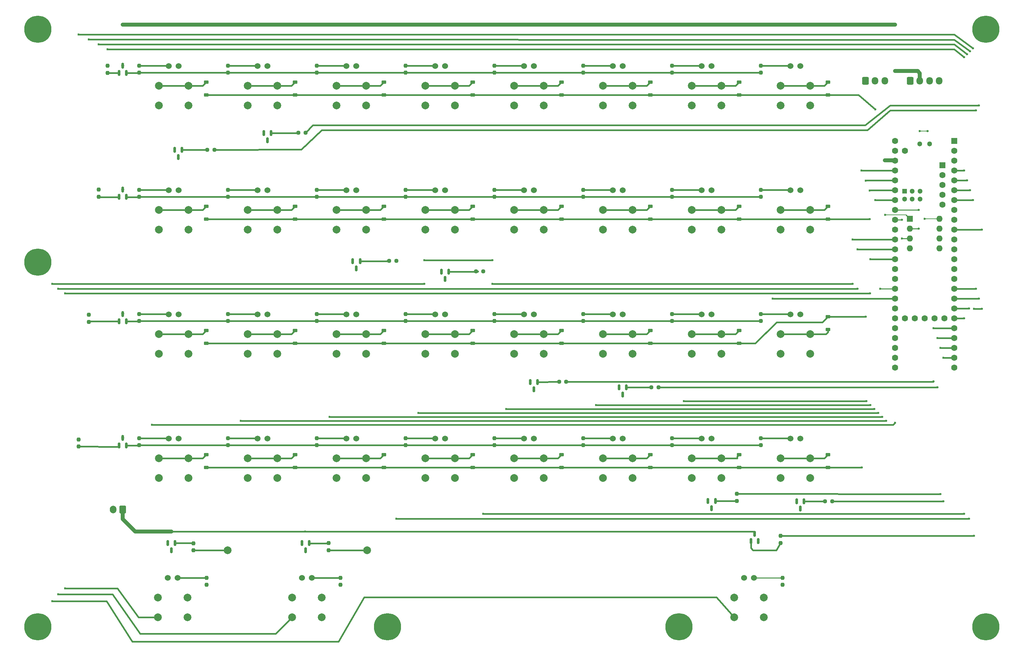
<source format=gbr>
%TF.GenerationSoftware,KiCad,Pcbnew,8.0.9-8.0.9-0~ubuntu22.04.1*%
%TF.CreationDate,2025-03-25T13:48:29+09:00*%
%TF.ProjectId,k2503100,6b323530-3331-4303-902e-6b696361645f,2.00*%
%TF.SameCoordinates,Original*%
%TF.FileFunction,Copper,L1,Top*%
%TF.FilePolarity,Positive*%
%FSLAX46Y46*%
G04 Gerber Fmt 4.6, Leading zero omitted, Abs format (unit mm)*
G04 Created by KiCad (PCBNEW 8.0.9-8.0.9-0~ubuntu22.04.1) date 2025-03-25 13:48:29*
%MOMM*%
%LPD*%
G01*
G04 APERTURE LIST*
G04 Aperture macros list*
%AMRoundRect*
0 Rectangle with rounded corners*
0 $1 Rounding radius*
0 $2 $3 $4 $5 $6 $7 $8 $9 X,Y pos of 4 corners*
0 Add a 4 corners polygon primitive as box body*
4,1,4,$2,$3,$4,$5,$6,$7,$8,$9,$2,$3,0*
0 Add four circle primitives for the rounded corners*
1,1,$1+$1,$2,$3*
1,1,$1+$1,$4,$5*
1,1,$1+$1,$6,$7*
1,1,$1+$1,$8,$9*
0 Add four rect primitives between the rounded corners*
20,1,$1+$1,$2,$3,$4,$5,0*
20,1,$1+$1,$4,$5,$6,$7,0*
20,1,$1+$1,$6,$7,$8,$9,0*
20,1,$1+$1,$8,$9,$2,$3,0*%
G04 Aperture macros list end*
%TA.AperFunction,ComponentPad*%
%ADD10C,7.000000*%
%TD*%
%TA.AperFunction,SMDPad,CuDef*%
%ADD11RoundRect,0.237500X-0.237500X0.250000X-0.237500X-0.250000X0.237500X-0.250000X0.237500X0.250000X0*%
%TD*%
%TA.AperFunction,SMDPad,CuDef*%
%ADD12RoundRect,0.237500X0.237500X-0.250000X0.237500X0.250000X-0.237500X0.250000X-0.237500X-0.250000X0*%
%TD*%
%TA.AperFunction,ComponentPad*%
%ADD13C,2.000000*%
%TD*%
%TA.AperFunction,ComponentPad*%
%ADD14C,1.524000*%
%TD*%
%TA.AperFunction,SMDPad,CuDef*%
%ADD15RoundRect,0.225000X-0.375000X0.225000X-0.375000X-0.225000X0.375000X-0.225000X0.375000X0.225000X0*%
%TD*%
%TA.AperFunction,ComponentPad*%
%ADD16R,1.600000X1.600000*%
%TD*%
%TA.AperFunction,ComponentPad*%
%ADD17O,1.600000X1.600000*%
%TD*%
%TA.AperFunction,SMDPad,CuDef*%
%ADD18RoundRect,0.150000X-0.150000X0.587500X-0.150000X-0.587500X0.150000X-0.587500X0.150000X0.587500X0*%
%TD*%
%TA.AperFunction,SMDPad,CuDef*%
%ADD19RoundRect,0.150000X0.150000X-0.587500X0.150000X0.587500X-0.150000X0.587500X-0.150000X-0.587500X0*%
%TD*%
%TA.AperFunction,SMDPad,CuDef*%
%ADD20RoundRect,0.237500X0.250000X0.237500X-0.250000X0.237500X-0.250000X-0.237500X0.250000X-0.237500X0*%
%TD*%
%TA.AperFunction,SMDPad,CuDef*%
%ADD21RoundRect,0.225000X0.375000X-0.225000X0.375000X0.225000X-0.375000X0.225000X-0.375000X-0.225000X0*%
%TD*%
%TA.AperFunction,SMDPad,CuDef*%
%ADD22C,2.000000*%
%TD*%
%TA.AperFunction,ComponentPad*%
%ADD23C,1.600000*%
%TD*%
%TA.AperFunction,ComponentPad*%
%ADD24R,1.300000X1.300000*%
%TD*%
%TA.AperFunction,ComponentPad*%
%ADD25C,1.300000*%
%TD*%
%TA.AperFunction,ComponentPad*%
%ADD26RoundRect,0.250000X-0.600000X-0.725000X0.600000X-0.725000X0.600000X0.725000X-0.600000X0.725000X0*%
%TD*%
%TA.AperFunction,ComponentPad*%
%ADD27O,1.700000X1.950000*%
%TD*%
%TA.AperFunction,ComponentPad*%
%ADD28RoundRect,0.250000X0.600000X0.750000X-0.600000X0.750000X-0.600000X-0.750000X0.600000X-0.750000X0*%
%TD*%
%TA.AperFunction,ComponentPad*%
%ADD29O,1.700000X2.000000*%
%TD*%
%TA.AperFunction,ViaPad*%
%ADD30C,0.600000*%
%TD*%
%TA.AperFunction,ViaPad*%
%ADD31C,0.800000*%
%TD*%
%TA.AperFunction,Conductor*%
%ADD32C,0.400000*%
%TD*%
%TA.AperFunction,Conductor*%
%ADD33C,1.000000*%
%TD*%
%TA.AperFunction,Conductor*%
%ADD34C,0.200000*%
%TD*%
%TA.AperFunction,Conductor*%
%ADD35C,0.250000*%
%TD*%
G04 APERTURE END LIST*
D10*
%TO.P,REF\u002A\u002A,1*%
%TO.N,N/C*%
X314230000Y-222000000D03*
%TD*%
%TO.P,REF\u002A\u002A,1*%
%TO.N,N/C*%
X235230000Y-222000000D03*
%TD*%
%TO.P,REF\u002A\u002A,1*%
%TO.N,N/C*%
X160230000Y-222000000D03*
%TD*%
%TO.P,REF\u002A\u002A,1*%
%TO.N,N/C*%
X70230000Y-222000000D03*
%TD*%
%TO.P,REF\u002A\u002A,1*%
%TO.N,N/C*%
X70230000Y-128000000D03*
%TD*%
%TO.P,REF\u002A\u002A,1*%
%TO.N,N/C*%
X314230000Y-68000000D03*
%TD*%
%TO.P,REF\u002A\u002A,1*%
%TO.N,N/C*%
X70230000Y-68000000D03*
%TD*%
D11*
%TO.P,R2,1*%
%TO.N,Net-(R2-Pad1)*%
X261847200Y-209349500D03*
%TO.P,R2,2*%
%TO.N,GND*%
X261847200Y-211174500D03*
%TD*%
D12*
%TO.P,R305,1*%
%TO.N,Net-(Q309-E)*%
X187706000Y-79182000D03*
%TO.P,R305,2*%
%TO.N,Net-(R305-Pad2)*%
X187706000Y-77357000D03*
%TD*%
D13*
%TO.P,SW322,1*%
%TO.N,Net-(D222-K)*%
X215646000Y-146558000D03*
X223266000Y-146558000D03*
%TO.P,SW322,2*%
%TO.N,/KYBD_UNiT/KCOL6*%
X215646000Y-151638000D03*
%TO.P,SW322,3*%
%TO.N,unconnected-(SW322-Pad3)*%
X223266000Y-151638000D03*
D14*
%TO.P,SW322,4*%
%TO.N,Net-(R322-Pad2)*%
X218186000Y-141478000D03*
%TO.P,SW322,5*%
%TO.N,Net-(Q306-C)*%
X220726000Y-141478000D03*
%TD*%
D13*
%TO.P,SW326,1*%
%TO.N,Net-(D226-K)*%
X124206000Y-178562000D03*
X131826000Y-178562000D03*
%TO.P,SW326,2*%
%TO.N,/KYBD_UNiT/KCOL2*%
X124206000Y-183642000D03*
%TO.P,SW326,3*%
%TO.N,unconnected-(SW326-Pad3)*%
X131826000Y-183642000D03*
D14*
%TO.P,SW326,4*%
%TO.N,Net-(R326-Pad2)*%
X126746000Y-173482000D03*
%TO.P,SW326,5*%
%TO.N,Net-(Q302-C)*%
X129286000Y-173482000D03*
%TD*%
D15*
%TO.P,D204,1,K*%
%TO.N,Net-(D204-K)*%
X182118000Y-81662000D03*
%TO.P,D204,2,A*%
%TO.N,/KYBD_UNiT/KROW1*%
X182118000Y-84962000D03*
%TD*%
D16*
%TO.P,U1,1,VREF1*%
%TO.N,+3.3V*%
X294640000Y-116840000D03*
D17*
%TO.P,U1,2,SCL1*%
%TO.N,Net-(U1-SCL1)*%
X294640000Y-119380000D03*
%TO.P,U1,3,SDA1*%
%TO.N,Net-(U1-SDA1)*%
X294640000Y-121920000D03*
%TO.P,U1,4,VPU*%
%TO.N,unconnected-(U1-VPU-Pad4)*%
X294640000Y-124460000D03*
%TO.P,U1,5,GND*%
%TO.N,GND*%
X302260000Y-124460000D03*
%TO.P,U1,6,SDA2*%
%TO.N,/SDA_H*%
X302260000Y-121920000D03*
%TO.P,U1,7,SCL2*%
%TO.N,/SCL_H*%
X302260000Y-119380000D03*
%TO.P,U1,8,VREF2*%
%TO.N,5V*%
X302260000Y-116840000D03*
%TD*%
D13*
%TO.P,SW312,1*%
%TO.N,Net-(D212-K)*%
X169926000Y-114554000D03*
X177546000Y-114554000D03*
%TO.P,SW312,2*%
%TO.N,/KYBD_UNiT/KCOL4*%
X169926000Y-119634000D03*
%TO.P,SW312,3*%
%TO.N,unconnected-(SW312-Pad3)*%
X177546000Y-119634000D03*
D14*
%TO.P,SW312,4*%
%TO.N,Net-(R312-Pad2)*%
X172466000Y-109474000D03*
%TO.P,SW312,5*%
%TO.N,Net-(Q304-C)*%
X175006000Y-109474000D03*
%TD*%
D12*
%TO.P,R320,1*%
%TO.N,Net-(Q311-E)*%
X164846000Y-143190000D03*
%TO.P,R320,2*%
%TO.N,Net-(R320-Pad2)*%
X164846000Y-141365000D03*
%TD*%
%TO.P,R328,1*%
%TO.N,Net-(Q312-E)*%
X164846000Y-175194000D03*
%TO.P,R328,2*%
%TO.N,Net-(R328-Pad2)*%
X164846000Y-173369000D03*
%TD*%
D18*
%TO.P,Q306,1,B*%
%TO.N,Net-(Q306-B)*%
X221662500Y-160262500D03*
%TO.P,Q306,2,E*%
%TO.N,GND*%
X219762500Y-160262500D03*
%TO.P,Q306,3,C*%
%TO.N,Net-(Q306-C)*%
X220712500Y-162137500D03*
%TD*%
D19*
%TO.P,Q309,1,B*%
%TO.N,Net-(Q309-B)*%
X91064000Y-79262500D03*
%TO.P,Q309,2,E*%
%TO.N,Net-(Q309-E)*%
X92964000Y-79262500D03*
%TO.P,Q309,3,C*%
%TO.N,5V*%
X92014000Y-77387500D03*
%TD*%
D12*
%TO.P,R327,1*%
%TO.N,Net-(Q312-E)*%
X141986000Y-175194000D03*
%TO.P,R327,2*%
%TO.N,Net-(R327-Pad2)*%
X141986000Y-173369000D03*
%TD*%
D19*
%TO.P,Q311,1,B*%
%TO.N,Net-(Q311-B)*%
X91062500Y-143262500D03*
%TO.P,Q311,2,E*%
%TO.N,Net-(Q311-E)*%
X92962500Y-143262500D03*
%TO.P,Q311,3,C*%
%TO.N,5V*%
X92012500Y-141387500D03*
%TD*%
D13*
%TO.P,SW330,1*%
%TO.N,Net-(D230-K)*%
X215646000Y-178562000D03*
X223266000Y-178562000D03*
%TO.P,SW330,2*%
%TO.N,/KYBD_UNiT/KCOL6*%
X215646000Y-183642000D03*
%TO.P,SW330,3*%
%TO.N,unconnected-(SW330-Pad3)*%
X223266000Y-183642000D03*
D14*
%TO.P,SW330,4*%
%TO.N,Net-(R330-Pad2)*%
X218186000Y-173482000D03*
%TO.P,SW330,5*%
%TO.N,Net-(Q306-C)*%
X220726000Y-173482000D03*
%TD*%
D19*
%TO.P,Q312,1,B*%
%TO.N,Net-(Q312-B)*%
X91075000Y-175225000D03*
%TO.P,Q312,2,E*%
%TO.N,Net-(Q312-E)*%
X92975000Y-175225000D03*
%TO.P,Q312,3,C*%
%TO.N,5V*%
X92025000Y-173350000D03*
%TD*%
D13*
%TO.P,SW320,1*%
%TO.N,Net-(D220-K)*%
X169926000Y-146558000D03*
X177546000Y-146558000D03*
%TO.P,SW320,2*%
%TO.N,/KYBD_UNiT/KCOL4*%
X169926000Y-151638000D03*
%TO.P,SW320,3*%
%TO.N,unconnected-(SW320-Pad3)*%
X177546000Y-151638000D03*
D14*
%TO.P,SW320,4*%
%TO.N,Net-(R320-Pad2)*%
X172466000Y-141478000D03*
%TO.P,SW320,5*%
%TO.N,Net-(Q304-C)*%
X175006000Y-141478000D03*
%TD*%
D20*
%TO.P,R338,1*%
%TO.N,/KYBD_UNiT/COL6*%
X229917000Y-160274000D03*
%TO.P,R338,2*%
%TO.N,Net-(Q306-B)*%
X228092000Y-160274000D03*
%TD*%
D13*
%TO.P,SW324,1*%
%TO.N,Net-(D224-K)*%
X261366000Y-146558000D03*
X268986000Y-146558000D03*
%TO.P,SW324,2*%
%TO.N,/KYBD_UNiT/KCOL8*%
X261366000Y-151638000D03*
%TO.P,SW324,3*%
%TO.N,unconnected-(SW324-Pad3)*%
X268986000Y-151638000D03*
D14*
%TO.P,SW324,4*%
%TO.N,Net-(R324-Pad2)*%
X263906000Y-141478000D03*
%TO.P,SW324,5*%
%TO.N,Net-(Q308-C)*%
X266446000Y-141478000D03*
%TD*%
D13*
%TO.P,SW310,1*%
%TO.N,Net-(D210-K)*%
X124206000Y-114554000D03*
X131826000Y-114554000D03*
%TO.P,SW310,2*%
%TO.N,/KYBD_UNiT/KCOL2*%
X124206000Y-119634000D03*
%TO.P,SW310,3*%
%TO.N,unconnected-(SW310-Pad3)*%
X131826000Y-119634000D03*
D14*
%TO.P,SW310,4*%
%TO.N,Net-(R310-Pad2)*%
X126746000Y-109474000D03*
%TO.P,SW310,5*%
%TO.N,Net-(Q302-C)*%
X129286000Y-109474000D03*
%TD*%
D13*
%TO.P,SW329,1*%
%TO.N,Net-(D229-K)*%
X192786000Y-178562000D03*
X200406000Y-178562000D03*
%TO.P,SW329,2*%
%TO.N,/KYBD_UNiT/KCOL5*%
X192786000Y-183642000D03*
%TO.P,SW329,3*%
%TO.N,unconnected-(SW329-Pad3)*%
X200406000Y-183642000D03*
D14*
%TO.P,SW329,4*%
%TO.N,Net-(R329-Pad2)*%
X195326000Y-173482000D03*
%TO.P,SW329,5*%
%TO.N,Net-(Q305-C)*%
X197866000Y-173482000D03*
%TD*%
D20*
%TO.P,R336,1*%
%TO.N,/KYBD_UNiT/COL4*%
X184808500Y-130429000D03*
%TO.P,R336,2*%
%TO.N,Net-(Q304-B)*%
X182983500Y-130429000D03*
%TD*%
D13*
%TO.P,SW303,1*%
%TO.N,Net-(D203-K)*%
X147066000Y-82550000D03*
X154686000Y-82550000D03*
%TO.P,SW303,2*%
%TO.N,/KYBD_UNiT/KCOL3*%
X147066000Y-87630000D03*
%TO.P,SW303,3*%
%TO.N,unconnected-(SW303-Pad3)*%
X154686000Y-87630000D03*
D14*
%TO.P,SW303,4*%
%TO.N,Net-(R303-Pad2)*%
X149606000Y-77470000D03*
%TO.P,SW303,5*%
%TO.N,Net-(Q303-C)*%
X152146000Y-77470000D03*
%TD*%
D12*
%TO.P,R325,1*%
%TO.N,Net-(Q312-E)*%
X96266000Y-175194000D03*
%TO.P,R325,2*%
%TO.N,Net-(R325-Pad2)*%
X96266000Y-173369000D03*
%TD*%
D13*
%TO.P,SW313,1*%
%TO.N,Net-(D213-K)*%
X192786000Y-114554000D03*
X200406000Y-114554000D03*
%TO.P,SW313,2*%
%TO.N,/KYBD_UNiT/KCOL5*%
X192786000Y-119634000D03*
%TO.P,SW313,3*%
%TO.N,unconnected-(SW313-Pad3)*%
X200406000Y-119634000D03*
D14*
%TO.P,SW313,4*%
%TO.N,Net-(R313-Pad2)*%
X195326000Y-109474000D03*
%TO.P,SW313,5*%
%TO.N,Net-(Q305-C)*%
X197866000Y-109474000D03*
%TD*%
D18*
%TO.P,Q305,1,B*%
%TO.N,Net-(Q305-B)*%
X198825000Y-158887500D03*
%TO.P,Q305,2,E*%
%TO.N,GND*%
X196925000Y-158887500D03*
%TO.P,Q305,3,C*%
%TO.N,Net-(Q305-C)*%
X197875000Y-160762500D03*
%TD*%
D15*
%TO.P,D206,1,K*%
%TO.N,Net-(D206-K)*%
X227838000Y-81662000D03*
%TO.P,D206,2,A*%
%TO.N,/KYBD_UNiT/KROW1*%
X227838000Y-84962000D03*
%TD*%
%TO.P,D211,1,K*%
%TO.N,Net-(D211-K)*%
X159258000Y-113666000D03*
%TO.P,D211,2,A*%
%TO.N,/KYBD_UNiT/KROW2*%
X159258000Y-116966000D03*
%TD*%
D21*
%TO.P,D224,1,K*%
%TO.N,Net-(D224-K)*%
X273558000Y-145414000D03*
%TO.P,D224,2,A*%
%TO.N,/KYBD_UNiT/KROW3*%
X273558000Y-142114000D03*
%TD*%
D20*
%TO.P,R337,1*%
%TO.N,/KYBD_UNiT/COL5*%
X206192500Y-158806000D03*
%TO.P,R337,2*%
%TO.N,Net-(Q305-B)*%
X204367500Y-158806000D03*
%TD*%
D13*
%TO.P,SW319,1*%
%TO.N,Net-(D219-K)*%
X147066000Y-146558000D03*
X154686000Y-146558000D03*
%TO.P,SW319,2*%
%TO.N,/KYBD_UNiT/KCOL3*%
X147066000Y-151638000D03*
%TO.P,SW319,3*%
%TO.N,unconnected-(SW319-Pad3)*%
X154686000Y-151638000D03*
D14*
%TO.P,SW319,4*%
%TO.N,Net-(R319-Pad2)*%
X149606000Y-141478000D03*
%TO.P,SW319,5*%
%TO.N,Net-(Q303-C)*%
X152146000Y-141478000D03*
%TD*%
D13*
%TO.P,SW323,1*%
%TO.N,Net-(D223-K)*%
X238506000Y-146558000D03*
X246126000Y-146558000D03*
%TO.P,SW323,2*%
%TO.N,/KYBD_UNiT/KCOL7*%
X238506000Y-151638000D03*
%TO.P,SW323,3*%
%TO.N,unconnected-(SW323-Pad3)*%
X246126000Y-151638000D03*
D14*
%TO.P,SW323,4*%
%TO.N,Net-(R323-Pad2)*%
X241046000Y-141478000D03*
%TO.P,SW323,5*%
%TO.N,Net-(Q307-C)*%
X243586000Y-141478000D03*
%TD*%
D20*
%TO.P,R340,1*%
%TO.N,/KYBD_UNiT/COL8*%
X274621000Y-189688000D03*
%TO.P,R340,2*%
%TO.N,Net-(Q308-B)*%
X272796000Y-189688000D03*
%TD*%
%TO.P,R333,1*%
%TO.N,/KYBD_UNiT/COL1*%
X115617000Y-99060000D03*
%TO.P,R333,2*%
%TO.N,Net-(Q301-B)*%
X113792000Y-99060000D03*
%TD*%
D18*
%TO.P,Q302,1,B*%
%TO.N,Net-(Q302-B)*%
X130237500Y-94737500D03*
%TO.P,Q302,2,E*%
%TO.N,GND*%
X128337500Y-94737500D03*
%TO.P,Q302,3,C*%
%TO.N,Net-(Q302-C)*%
X129287500Y-96612500D03*
%TD*%
D12*
%TO.P,R331,1*%
%TO.N,Net-(Q312-E)*%
X233426000Y-175194000D03*
%TO.P,R331,2*%
%TO.N,Net-(R331-Pad2)*%
X233426000Y-173369000D03*
%TD*%
%TO.P,R304,1*%
%TO.N,Net-(Q309-E)*%
X164846000Y-79182000D03*
%TO.P,R304,2*%
%TO.N,Net-(R304-Pad2)*%
X164846000Y-77357000D03*
%TD*%
D15*
%TO.P,D202,1,K*%
%TO.N,Net-(D202-K)*%
X136398000Y-81662000D03*
%TO.P,D202,2,A*%
%TO.N,/KYBD_UNiT/KROW1*%
X136398000Y-84962000D03*
%TD*%
%TO.P,D225,1,K*%
%TO.N,Net-(D225-K)*%
X113538000Y-177674000D03*
%TO.P,D225,2,A*%
%TO.N,/KYBD_UNiT/KROW4*%
X113538000Y-180974000D03*
%TD*%
D20*
%TO.P,R335,1*%
%TO.N,/KYBD_UNiT/COL3*%
X162456500Y-127696000D03*
%TO.P,R335,2*%
%TO.N,Net-(Q303-B)*%
X160631500Y-127696000D03*
%TD*%
D12*
%TO.P,R342,1*%
%TO.N,Net-(Q310-B)*%
X85852000Y-111148500D03*
%TO.P,R342,2*%
%TO.N,/KYBD_UNiT/ROW2*%
X85852000Y-109323500D03*
%TD*%
D19*
%TO.P,Q1,1,B*%
%TO.N,Net-(Q1-B)*%
X253709000Y-199896500D03*
%TO.P,Q1,2,E*%
%TO.N,Net-(Q1-E)*%
X255609000Y-199896500D03*
%TO.P,Q1,3,C*%
%TO.N,5V*%
X254659000Y-198021500D03*
%TD*%
D13*
%TO.P,SW321,1*%
%TO.N,Net-(D221-K)*%
X192786000Y-146558000D03*
X200406000Y-146558000D03*
%TO.P,SW321,2*%
%TO.N,/KYBD_UNiT/KCOL5*%
X192786000Y-151638000D03*
%TO.P,SW321,3*%
%TO.N,unconnected-(SW321-Pad3)*%
X200406000Y-151638000D03*
D14*
%TO.P,SW321,4*%
%TO.N,Net-(R321-Pad2)*%
X195326000Y-141478000D03*
%TO.P,SW321,5*%
%TO.N,Net-(Q305-C)*%
X197866000Y-141478000D03*
%TD*%
D12*
%TO.P,R330,1*%
%TO.N,Net-(Q312-E)*%
X210566000Y-175194000D03*
%TO.P,R330,2*%
%TO.N,Net-(R330-Pad2)*%
X210566000Y-173369000D03*
%TD*%
%TO.P,R317,1*%
%TO.N,Net-(Q311-E)*%
X96266000Y-143190000D03*
%TO.P,R317,2*%
%TO.N,Net-(R317-Pad2)*%
X96266000Y-141365000D03*
%TD*%
D11*
%TO.P,R339,1*%
%TO.N,/KYBD_UNiT/COL7*%
X250087000Y-187736000D03*
%TO.P,R339,2*%
%TO.N,Net-(Q307-B)*%
X250087000Y-189561000D03*
%TD*%
D13*
%TO.P,SW3,1*%
%TO.N,GND*%
X249428000Y-214470000D03*
X257048000Y-214470000D03*
%TO.P,SW3,2*%
%TO.N,Net-(U101-16_A2_RX4_SCL1)*%
X249428000Y-219550000D03*
%TO.P,SW3,3*%
%TO.N,unconnected-(SW3-Pad3)*%
X257048000Y-219550000D03*
D14*
%TO.P,SW3,4*%
%TO.N,Net-(Q1-E)*%
X251968000Y-209390000D03*
%TO.P,SW3,5*%
%TO.N,Net-(R2-Pad1)*%
X254508000Y-209390000D03*
%TD*%
D13*
%TO.P,SW328,1*%
%TO.N,Net-(D228-K)*%
X169926000Y-178562000D03*
X177546000Y-178562000D03*
%TO.P,SW328,2*%
%TO.N,/KYBD_UNiT/KCOL4*%
X169926000Y-183642000D03*
%TO.P,SW328,3*%
%TO.N,unconnected-(SW328-Pad3)*%
X177546000Y-183642000D03*
D14*
%TO.P,SW328,4*%
%TO.N,Net-(R328-Pad2)*%
X172466000Y-173482000D03*
%TO.P,SW328,5*%
%TO.N,Net-(Q304-C)*%
X175006000Y-173482000D03*
%TD*%
D15*
%TO.P,D231,1,K*%
%TO.N,Net-(D231-K)*%
X250698000Y-177674000D03*
%TO.P,D231,2,A*%
%TO.N,/KYBD_UNiT/KROW4*%
X250698000Y-180974000D03*
%TD*%
%TO.P,D205,1,K*%
%TO.N,Net-(D205-K)*%
X204978000Y-81662000D03*
%TO.P,D205,2,A*%
%TO.N,/KYBD_UNiT/KROW1*%
X204978000Y-84962000D03*
%TD*%
D13*
%TO.P,SW307,1*%
%TO.N,Net-(D207-K)*%
X238506000Y-82550000D03*
X246126000Y-82550000D03*
%TO.P,SW307,2*%
%TO.N,/KYBD_UNiT/KCOL7*%
X238506000Y-87630000D03*
%TO.P,SW307,3*%
%TO.N,unconnected-(SW307-Pad3)*%
X246126000Y-87630000D03*
D14*
%TO.P,SW307,4*%
%TO.N,Net-(R307-Pad2)*%
X241046000Y-77470000D03*
%TO.P,SW307,5*%
%TO.N,Net-(Q307-C)*%
X243586000Y-77470000D03*
%TD*%
D12*
%TO.P,R306,1*%
%TO.N,Net-(Q309-E)*%
X210566000Y-79182000D03*
%TO.P,R306,2*%
%TO.N,Net-(R306-Pad2)*%
X210566000Y-77357000D03*
%TD*%
D13*
%TO.P,SW315,1*%
%TO.N,Net-(D215-K)*%
X238506000Y-114554000D03*
X246126000Y-114554000D03*
%TO.P,SW315,2*%
%TO.N,/KYBD_UNiT/KCOL7*%
X238506000Y-119634000D03*
%TO.P,SW315,3*%
%TO.N,unconnected-(SW315-Pad3)*%
X246126000Y-119634000D03*
D14*
%TO.P,SW315,4*%
%TO.N,Net-(R315-Pad2)*%
X241046000Y-109474000D03*
%TO.P,SW315,5*%
%TO.N,Net-(Q307-C)*%
X243586000Y-109474000D03*
%TD*%
D12*
%TO.P,R310,1*%
%TO.N,Net-(Q310-E)*%
X119126000Y-111186000D03*
%TO.P,R310,2*%
%TO.N,Net-(R310-Pad2)*%
X119126000Y-109361000D03*
%TD*%
D13*
%TO.P,SW2,1*%
%TO.N,GND*%
X135636000Y-214470000D03*
X143256000Y-214470000D03*
%TO.P,SW2,2*%
%TO.N,Net-(U101-15_A1_RX3_SPDIF_IN)*%
X135636000Y-219550000D03*
%TO.P,SW2,3*%
%TO.N,unconnected-(SW2-Pad3)*%
X143256000Y-219550000D03*
D14*
%TO.P,SW2,4*%
%TO.N,Net-(Q2-E)*%
X138176000Y-209390000D03*
%TO.P,SW2,5*%
%TO.N,Net-(R3-Pad1)*%
X140716000Y-209390000D03*
%TD*%
D15*
%TO.P,D232,1,K*%
%TO.N,Net-(D232-K)*%
X273558000Y-177674000D03*
%TO.P,D232,2,A*%
%TO.N,/KYBD_UNiT/KROW4*%
X273558000Y-180974000D03*
%TD*%
D13*
%TO.P,SW325,1*%
%TO.N,Net-(D225-K)*%
X101346000Y-178562000D03*
X108966000Y-178562000D03*
%TO.P,SW325,2*%
%TO.N,/KYBD_UNiT/KCOL1*%
X101346000Y-183642000D03*
%TO.P,SW325,3*%
%TO.N,unconnected-(SW325-Pad3)*%
X108966000Y-183642000D03*
D14*
%TO.P,SW325,4*%
%TO.N,Net-(R325-Pad2)*%
X103886000Y-173482000D03*
%TO.P,SW325,5*%
%TO.N,Net-(Q301-C)*%
X106426000Y-173482000D03*
%TD*%
D13*
%TO.P,SW317,1*%
%TO.N,Net-(D217-K)*%
X101346000Y-146558000D03*
X108966000Y-146558000D03*
%TO.P,SW317,2*%
%TO.N,/KYBD_UNiT/KCOL1*%
X101346000Y-151638000D03*
%TO.P,SW317,3*%
%TO.N,unconnected-(SW317-Pad3)*%
X108966000Y-151638000D03*
D14*
%TO.P,SW317,4*%
%TO.N,Net-(R317-Pad2)*%
X103886000Y-141478000D03*
%TO.P,SW317,5*%
%TO.N,Net-(Q301-C)*%
X106426000Y-141478000D03*
%TD*%
D19*
%TO.P,Q310,1,B*%
%TO.N,Net-(Q310-B)*%
X91064000Y-111212500D03*
%TO.P,Q310,2,E*%
%TO.N,Net-(Q310-E)*%
X92964000Y-111212500D03*
%TO.P,Q310,3,C*%
%TO.N,5V*%
X92014000Y-109337500D03*
%TD*%
D15*
%TO.P,D213,1,K*%
%TO.N,Net-(D213-K)*%
X204978000Y-113666000D03*
%TO.P,D213,2,A*%
%TO.N,/KYBD_UNiT/KROW2*%
X204978000Y-116966000D03*
%TD*%
%TO.P,D209,1,K*%
%TO.N,Net-(D209-K)*%
X113538000Y-113664000D03*
%TO.P,D209,2,A*%
%TO.N,/KYBD_UNiT/KROW2*%
X113538000Y-116964000D03*
%TD*%
D13*
%TO.P,SW331,1*%
%TO.N,Net-(D231-K)*%
X238506000Y-178562000D03*
X246126000Y-178562000D03*
%TO.P,SW331,2*%
%TO.N,/KYBD_UNiT/KCOL7*%
X238506000Y-183642000D03*
%TO.P,SW331,3*%
%TO.N,unconnected-(SW331-Pad3)*%
X246126000Y-183642000D03*
D14*
%TO.P,SW331,4*%
%TO.N,Net-(R331-Pad2)*%
X241046000Y-173482000D03*
%TO.P,SW331,5*%
%TO.N,Net-(Q307-C)*%
X243586000Y-173482000D03*
%TD*%
D15*
%TO.P,D217,1,K*%
%TO.N,Net-(D217-K)*%
X113538000Y-145670000D03*
%TO.P,D217,2,A*%
%TO.N,/KYBD_UNiT/KROW3*%
X113538000Y-148970000D03*
%TD*%
D12*
%TO.P,R319,1*%
%TO.N,Net-(Q311-E)*%
X141986000Y-143190000D03*
%TO.P,R319,2*%
%TO.N,Net-(R319-Pad2)*%
X141986000Y-141365000D03*
%TD*%
D13*
%TO.P,SW327,1*%
%TO.N,Net-(D227-K)*%
X147066000Y-178562000D03*
X154686000Y-178562000D03*
%TO.P,SW327,2*%
%TO.N,/KYBD_UNiT/KCOL3*%
X147066000Y-183642000D03*
%TO.P,SW327,3*%
%TO.N,unconnected-(SW327-Pad3)*%
X154686000Y-183642000D03*
D14*
%TO.P,SW327,4*%
%TO.N,Net-(R327-Pad2)*%
X149606000Y-173482000D03*
%TO.P,SW327,5*%
%TO.N,Net-(Q303-C)*%
X152146000Y-173482000D03*
%TD*%
D12*
%TO.P,R301,1*%
%TO.N,Net-(Q309-E)*%
X96266000Y-79182000D03*
%TO.P,R301,2*%
%TO.N,Net-(R301-Pad2)*%
X96266000Y-77357000D03*
%TD*%
D20*
%TO.P,R334,1*%
%TO.N,/KYBD_UNiT/COL2*%
X139088500Y-94676000D03*
%TO.P,R334,2*%
%TO.N,Net-(Q302-B)*%
X137263500Y-94676000D03*
%TD*%
D13*
%TO.P,SW301,1*%
%TO.N,Net-(D201-K)*%
X101346000Y-82550000D03*
X108966000Y-82550000D03*
%TO.P,SW301,2*%
%TO.N,/KYBD_UNiT/KCOL1*%
X101346000Y-87630000D03*
%TO.P,SW301,3*%
%TO.N,unconnected-(SW301-Pad3)*%
X108966000Y-87630000D03*
D14*
%TO.P,SW301,4*%
%TO.N,Net-(R301-Pad2)*%
X103886000Y-77470000D03*
%TO.P,SW301,5*%
%TO.N,Net-(Q301-C)*%
X106426000Y-77470000D03*
%TD*%
D13*
%TO.P,SW332,1*%
%TO.N,Net-(D232-K)*%
X261366000Y-178562000D03*
X268986000Y-178562000D03*
%TO.P,SW332,2*%
%TO.N,/KYBD_UNiT/KCOL8*%
X261366000Y-183642000D03*
%TO.P,SW332,3*%
%TO.N,unconnected-(SW332-Pad3)*%
X268986000Y-183642000D03*
D14*
%TO.P,SW332,4*%
%TO.N,Net-(R332-Pad2)*%
X263906000Y-173482000D03*
%TO.P,SW332,5*%
%TO.N,Net-(Q308-C)*%
X266446000Y-173482000D03*
%TD*%
D18*
%TO.P,Q2,1,B*%
%TO.N,Net-(Q2-B)*%
X140039000Y-200425000D03*
%TO.P,Q2,2,E*%
%TO.N,Net-(Q2-E)*%
X138139000Y-200425000D03*
%TO.P,Q2,3,C*%
%TO.N,5V*%
X139089000Y-202300000D03*
%TD*%
D11*
%TO.P,R5,1*%
%TO.N,Net-(R5-Pad1)*%
X113663600Y-209349500D03*
%TO.P,R5,2*%
%TO.N,GND*%
X113663600Y-211174500D03*
%TD*%
D15*
%TO.P,D212,1,K*%
%TO.N,Net-(D212-K)*%
X182118000Y-113666000D03*
%TO.P,D212,2,A*%
%TO.N,/KYBD_UNiT/KROW2*%
X182118000Y-116966000D03*
%TD*%
D13*
%TO.P,SW302,1*%
%TO.N,Net-(D202-K)*%
X124206000Y-82550000D03*
X131826000Y-82550000D03*
%TO.P,SW302,2*%
%TO.N,/KYBD_UNiT/KCOL2*%
X124206000Y-87630000D03*
%TO.P,SW302,3*%
%TO.N,unconnected-(SW302-Pad3)*%
X131826000Y-87630000D03*
D14*
%TO.P,SW302,4*%
%TO.N,Net-(R302-Pad2)*%
X126746000Y-77470000D03*
%TO.P,SW302,5*%
%TO.N,Net-(Q302-C)*%
X129286000Y-77470000D03*
%TD*%
D15*
%TO.P,D218,1,K*%
%TO.N,Net-(D218-K)*%
X136398000Y-145670000D03*
%TO.P,D218,2,A*%
%TO.N,/KYBD_UNiT/KROW3*%
X136398000Y-148970000D03*
%TD*%
D12*
%TO.P,R303,1*%
%TO.N,Net-(Q309-E)*%
X141986000Y-79182000D03*
%TO.P,R303,2*%
%TO.N,Net-(R303-Pad2)*%
X141986000Y-77357000D03*
%TD*%
D22*
%TO.P,TP2,1,1*%
%TO.N,Net-(R4-Pad2)*%
X154964000Y-202261000D03*
%TD*%
D12*
%TO.P,R332,1*%
%TO.N,Net-(Q312-E)*%
X256286000Y-175194000D03*
%TO.P,R332,2*%
%TO.N,Net-(R332-Pad2)*%
X256286000Y-173369000D03*
%TD*%
D15*
%TO.P,D208,1,K*%
%TO.N,Net-(D208-K)*%
X273558000Y-81662000D03*
%TO.P,D208,2,A*%
%TO.N,/KYBD_UNiT/KROW1*%
X273558000Y-84962000D03*
%TD*%
%TO.P,D222,1,K*%
%TO.N,Net-(D222-K)*%
X227838000Y-145670000D03*
%TO.P,D222,2,A*%
%TO.N,/KYBD_UNiT/KROW3*%
X227838000Y-148970000D03*
%TD*%
D12*
%TO.P,R311,1*%
%TO.N,Net-(Q310-E)*%
X141986000Y-111186000D03*
%TO.P,R311,2*%
%TO.N,Net-(R311-Pad2)*%
X141986000Y-109361000D03*
%TD*%
D18*
%TO.P,Q304,1,B*%
%TO.N,Net-(Q304-B)*%
X175937500Y-130487500D03*
%TO.P,Q304,2,E*%
%TO.N,GND*%
X174037500Y-130487500D03*
%TO.P,Q304,3,C*%
%TO.N,Net-(Q304-C)*%
X174987500Y-132362500D03*
%TD*%
D12*
%TO.P,R316,1*%
%TO.N,Net-(Q310-E)*%
X256286000Y-111186000D03*
%TO.P,R316,2*%
%TO.N,Net-(R316-Pad2)*%
X256286000Y-109361000D03*
%TD*%
D15*
%TO.P,D219,1,K*%
%TO.N,Net-(D219-K)*%
X159258000Y-145670000D03*
%TO.P,D219,2,A*%
%TO.N,/KYBD_UNiT/KROW3*%
X159258000Y-148970000D03*
%TD*%
D12*
%TO.P,R329,1*%
%TO.N,Net-(Q312-E)*%
X187706000Y-175194000D03*
%TO.P,R329,2*%
%TO.N,Net-(R329-Pad2)*%
X187706000Y-173369000D03*
%TD*%
%TO.P,R321,1*%
%TO.N,Net-(Q311-E)*%
X187706000Y-143190000D03*
%TO.P,R321,2*%
%TO.N,Net-(R321-Pad2)*%
X187706000Y-141365000D03*
%TD*%
%TO.P,R315,1*%
%TO.N,Net-(Q310-E)*%
X233426000Y-111186000D03*
%TO.P,R315,2*%
%TO.N,Net-(R315-Pad2)*%
X233426000Y-109361000D03*
%TD*%
D13*
%TO.P,SW305,1*%
%TO.N,Net-(D205-K)*%
X192786000Y-82550000D03*
X200406000Y-82550000D03*
%TO.P,SW305,2*%
%TO.N,/KYBD_UNiT/KCOL5*%
X192786000Y-87630000D03*
%TO.P,SW305,3*%
%TO.N,unconnected-(SW305-Pad3)*%
X200406000Y-87630000D03*
D14*
%TO.P,SW305,4*%
%TO.N,Net-(R305-Pad2)*%
X195326000Y-77470000D03*
%TO.P,SW305,5*%
%TO.N,Net-(Q305-C)*%
X197866000Y-77470000D03*
%TD*%
D15*
%TO.P,D228,1,K*%
%TO.N,Net-(D228-K)*%
X182118000Y-177674000D03*
%TO.P,D228,2,A*%
%TO.N,/KYBD_UNiT/KROW4*%
X182118000Y-180974000D03*
%TD*%
D13*
%TO.P,SW306,1*%
%TO.N,Net-(D206-K)*%
X215646000Y-82550000D03*
X223266000Y-82550000D03*
%TO.P,SW306,2*%
%TO.N,/KYBD_UNiT/KCOL6*%
X215646000Y-87630000D03*
%TO.P,SW306,3*%
%TO.N,unconnected-(SW306-Pad3)*%
X223266000Y-87630000D03*
D14*
%TO.P,SW306,4*%
%TO.N,Net-(R306-Pad2)*%
X218186000Y-77470000D03*
%TO.P,SW306,5*%
%TO.N,Net-(Q306-C)*%
X220726000Y-77470000D03*
%TD*%
D13*
%TO.P,SW308,1*%
%TO.N,Net-(D208-K)*%
X261366000Y-82550000D03*
X268986000Y-82550000D03*
%TO.P,SW308,2*%
%TO.N,/KYBD_UNiT/KCOL8*%
X261366000Y-87630000D03*
%TO.P,SW308,3*%
%TO.N,unconnected-(SW308-Pad3)*%
X268986000Y-87630000D03*
D14*
%TO.P,SW308,4*%
%TO.N,Net-(R308-Pad2)*%
X263906000Y-77470000D03*
%TO.P,SW308,5*%
%TO.N,Net-(Q308-C)*%
X266446000Y-77470000D03*
%TD*%
D12*
%TO.P,R308,1*%
%TO.N,Net-(Q309-E)*%
X256286000Y-79182000D03*
%TO.P,R308,2*%
%TO.N,Net-(R308-Pad2)*%
X256286000Y-77357000D03*
%TD*%
D15*
%TO.P,D215,1,K*%
%TO.N,Net-(D215-K)*%
X250698000Y-113666000D03*
%TO.P,D215,2,A*%
%TO.N,/KYBD_UNiT/KROW2*%
X250698000Y-116966000D03*
%TD*%
D13*
%TO.P,SW314,1*%
%TO.N,Net-(D214-K)*%
X215646000Y-114554000D03*
X223266000Y-114554000D03*
%TO.P,SW314,2*%
%TO.N,/KYBD_UNiT/KCOL6*%
X215646000Y-119634000D03*
%TO.P,SW314,3*%
%TO.N,unconnected-(SW314-Pad3)*%
X223266000Y-119634000D03*
D14*
%TO.P,SW314,4*%
%TO.N,Net-(R314-Pad2)*%
X218186000Y-109474000D03*
%TO.P,SW314,5*%
%TO.N,Net-(Q306-C)*%
X220726000Y-109474000D03*
%TD*%
D12*
%TO.P,R323,1*%
%TO.N,Net-(Q311-E)*%
X233426000Y-143190000D03*
%TO.P,R323,2*%
%TO.N,Net-(R323-Pad2)*%
X233426000Y-141365000D03*
%TD*%
D11*
%TO.P,R3,1*%
%TO.N,Net-(R3-Pad1)*%
X148106000Y-209349500D03*
%TO.P,R3,2*%
%TO.N,GND*%
X148106000Y-211174500D03*
%TD*%
D18*
%TO.P,Q307,1,B*%
%TO.N,Net-(Q307-B)*%
X244562500Y-189562500D03*
%TO.P,Q307,2,E*%
%TO.N,GND*%
X242662500Y-189562500D03*
%TO.P,Q307,3,C*%
%TO.N,Net-(Q307-C)*%
X243612500Y-191437500D03*
%TD*%
D11*
%TO.P,R6,1*%
%TO.N,Net-(Q3-B)*%
X110260000Y-200459500D03*
%TO.P,R6,2*%
%TO.N,Net-(R6-Pad2)*%
X110260000Y-202284500D03*
%TD*%
D12*
%TO.P,R314,1*%
%TO.N,Net-(Q310-E)*%
X210566000Y-111186000D03*
%TO.P,R314,2*%
%TO.N,Net-(R314-Pad2)*%
X210566000Y-109361000D03*
%TD*%
%TO.P,R1,1*%
%TO.N,Net-(Q1-B)*%
X261390000Y-200379500D03*
%TO.P,R1,2*%
%TO.N,Net-(U101-8_TX2_IN1)*%
X261390000Y-198554500D03*
%TD*%
%TO.P,R307,1*%
%TO.N,Net-(Q309-E)*%
X233426000Y-79182000D03*
%TO.P,R307,2*%
%TO.N,Net-(R307-Pad2)*%
X233426000Y-77357000D03*
%TD*%
D15*
%TO.P,D214,1,K*%
%TO.N,Net-(D214-K)*%
X227838000Y-113666000D03*
%TO.P,D214,2,A*%
%TO.N,/KYBD_UNiT/KROW2*%
X227838000Y-116966000D03*
%TD*%
D18*
%TO.P,Q303,1,B*%
%TO.N,Net-(Q303-B)*%
X153125000Y-127762500D03*
%TO.P,Q303,2,E*%
%TO.N,GND*%
X151225000Y-127762500D03*
%TO.P,Q303,3,C*%
%TO.N,Net-(Q303-C)*%
X152175000Y-129637500D03*
%TD*%
D22*
%TO.P,TP1,1,1*%
%TO.N,Net-(R6-Pad2)*%
X119023000Y-202261000D03*
%TD*%
D15*
%TO.P,D221,1,K*%
%TO.N,Net-(D221-K)*%
X204978000Y-145670000D03*
%TO.P,D221,2,A*%
%TO.N,/KYBD_UNiT/KROW3*%
X204978000Y-148970000D03*
%TD*%
D12*
%TO.P,R322,1*%
%TO.N,Net-(Q311-E)*%
X210566000Y-143190000D03*
%TO.P,R322,2*%
%TO.N,Net-(R322-Pad2)*%
X210566000Y-141365000D03*
%TD*%
D18*
%TO.P,Q308,1,B*%
%TO.N,Net-(Q308-B)*%
X267412500Y-189687500D03*
%TO.P,Q308,2,E*%
%TO.N,GND*%
X265512500Y-189687500D03*
%TO.P,Q308,3,C*%
%TO.N,Net-(Q308-C)*%
X266462500Y-191562500D03*
%TD*%
D12*
%TO.P,R312,1*%
%TO.N,Net-(Q310-E)*%
X164846000Y-111186000D03*
%TO.P,R312,2*%
%TO.N,Net-(R312-Pad2)*%
X164846000Y-109361000D03*
%TD*%
%TO.P,R302,1*%
%TO.N,Net-(Q309-E)*%
X119126000Y-79182000D03*
%TO.P,R302,2*%
%TO.N,Net-(R302-Pad2)*%
X119126000Y-77357000D03*
%TD*%
D18*
%TO.P,Q3,1,B*%
%TO.N,Net-(Q3-B)*%
X105500000Y-200425000D03*
%TO.P,Q3,2,E*%
%TO.N,Net-(Q3-E)*%
X103600000Y-200425000D03*
%TO.P,Q3,3,C*%
%TO.N,5V*%
X104550000Y-202300000D03*
%TD*%
D12*
%TO.P,R326,1*%
%TO.N,Net-(Q312-E)*%
X119126000Y-175194000D03*
%TO.P,R326,2*%
%TO.N,Net-(R326-Pad2)*%
X119126000Y-173369000D03*
%TD*%
D15*
%TO.P,D216,1,K*%
%TO.N,Net-(D216-K)*%
X273558000Y-113666000D03*
%TO.P,D216,2,A*%
%TO.N,/KYBD_UNiT/KROW2*%
X273558000Y-116966000D03*
%TD*%
%TO.P,D230,1,K*%
%TO.N,Net-(D230-K)*%
X227838000Y-177674000D03*
%TO.P,D230,2,A*%
%TO.N,/KYBD_UNiT/KROW4*%
X227838000Y-180974000D03*
%TD*%
D13*
%TO.P,SW311,1*%
%TO.N,Net-(D211-K)*%
X147066000Y-114554000D03*
X154686000Y-114554000D03*
%TO.P,SW311,2*%
%TO.N,/KYBD_UNiT/KCOL3*%
X147066000Y-119634000D03*
%TO.P,SW311,3*%
%TO.N,unconnected-(SW311-Pad3)*%
X154686000Y-119634000D03*
D14*
%TO.P,SW311,4*%
%TO.N,Net-(R311-Pad2)*%
X149606000Y-109474000D03*
%TO.P,SW311,5*%
%TO.N,Net-(Q303-C)*%
X152146000Y-109474000D03*
%TD*%
D13*
%TO.P,SW318,1*%
%TO.N,Net-(D218-K)*%
X124206000Y-146558000D03*
X131826000Y-146558000D03*
%TO.P,SW318,2*%
%TO.N,/KYBD_UNiT/KCOL2*%
X124206000Y-151638000D03*
%TO.P,SW318,3*%
%TO.N,unconnected-(SW318-Pad3)*%
X131826000Y-151638000D03*
D14*
%TO.P,SW318,4*%
%TO.N,Net-(R318-Pad2)*%
X126746000Y-141478000D03*
%TO.P,SW318,5*%
%TO.N,Net-(Q302-C)*%
X129286000Y-141478000D03*
%TD*%
D13*
%TO.P,SW316,1*%
%TO.N,Net-(D216-K)*%
X261366000Y-114554000D03*
X268986000Y-114554000D03*
%TO.P,SW316,2*%
%TO.N,/KYBD_UNiT/KCOL8*%
X261366000Y-119634000D03*
%TO.P,SW316,3*%
%TO.N,unconnected-(SW316-Pad3)*%
X268986000Y-119634000D03*
D14*
%TO.P,SW316,4*%
%TO.N,Net-(R316-Pad2)*%
X263906000Y-109474000D03*
%TO.P,SW316,5*%
%TO.N,Net-(Q308-C)*%
X266446000Y-109474000D03*
%TD*%
D12*
%TO.P,R309,1*%
%TO.N,Net-(Q310-E)*%
X96266000Y-111186000D03*
%TO.P,R309,2*%
%TO.N,Net-(R309-Pad2)*%
X96266000Y-109361000D03*
%TD*%
%TO.P,R343,1*%
%TO.N,Net-(Q311-B)*%
X83312000Y-143406500D03*
%TO.P,R343,2*%
%TO.N,/KYBD_UNiT/ROW3*%
X83312000Y-141581500D03*
%TD*%
D15*
%TO.P,D203,1,K*%
%TO.N,Net-(D203-K)*%
X159258000Y-81662000D03*
%TO.P,D203,2,A*%
%TO.N,/KYBD_UNiT/KROW1*%
X159258000Y-84962000D03*
%TD*%
D11*
%TO.P,R4,1*%
%TO.N,Net-(Q2-B)*%
X145058000Y-200436000D03*
%TO.P,R4,2*%
%TO.N,Net-(R4-Pad2)*%
X145058000Y-202261000D03*
%TD*%
D15*
%TO.P,D207,1,K*%
%TO.N,Net-(D207-K)*%
X250698000Y-81662000D03*
%TO.P,D207,2,A*%
%TO.N,/KYBD_UNiT/KROW1*%
X250698000Y-84962000D03*
%TD*%
D18*
%TO.P,Q301,1,B*%
%TO.N,Net-(Q301-B)*%
X107300000Y-99072500D03*
%TO.P,Q301,2,E*%
%TO.N,GND*%
X105400000Y-99072500D03*
%TO.P,Q301,3,C*%
%TO.N,Net-(Q301-C)*%
X106350000Y-100947500D03*
%TD*%
D12*
%TO.P,R344,1*%
%TO.N,Net-(Q312-B)*%
X80721200Y-175537500D03*
%TO.P,R344,2*%
%TO.N,/KYBD_UNiT/ROW4*%
X80721200Y-173712500D03*
%TD*%
D15*
%TO.P,D220,1,K*%
%TO.N,Net-(D220-K)*%
X182118000Y-145670000D03*
%TO.P,D220,2,A*%
%TO.N,/KYBD_UNiT/KROW3*%
X182118000Y-148970000D03*
%TD*%
%TO.P,D227,1,K*%
%TO.N,Net-(D227-K)*%
X159258000Y-177674000D03*
%TO.P,D227,2,A*%
%TO.N,/KYBD_UNiT/KROW4*%
X159258000Y-180974000D03*
%TD*%
%TO.P,D223,1,K*%
%TO.N,Net-(D223-K)*%
X250698000Y-145670000D03*
%TO.P,D223,2,A*%
%TO.N,/KYBD_UNiT/KROW3*%
X250698000Y-148970000D03*
%TD*%
%TO.P,D229,1,K*%
%TO.N,Net-(D229-K)*%
X204978000Y-177674000D03*
%TO.P,D229,2,A*%
%TO.N,/KYBD_UNiT/KROW4*%
X204978000Y-180974000D03*
%TD*%
D12*
%TO.P,R313,1*%
%TO.N,Net-(Q310-E)*%
X187706000Y-111186000D03*
%TO.P,R313,2*%
%TO.N,Net-(R313-Pad2)*%
X187706000Y-109361000D03*
%TD*%
D13*
%TO.P,SW309,1*%
%TO.N,Net-(D209-K)*%
X101346000Y-114554000D03*
X108966000Y-114554000D03*
%TO.P,SW309,2*%
%TO.N,/KYBD_UNiT/KCOL1*%
X101346000Y-119634000D03*
%TO.P,SW309,3*%
%TO.N,unconnected-(SW309-Pad3)*%
X108966000Y-119634000D03*
D14*
%TO.P,SW309,4*%
%TO.N,Net-(R309-Pad2)*%
X103886000Y-109474000D03*
%TO.P,SW309,5*%
%TO.N,Net-(Q301-C)*%
X106426000Y-109474000D03*
%TD*%
D12*
%TO.P,R318,1*%
%TO.N,Net-(Q311-E)*%
X119126000Y-143190000D03*
%TO.P,R318,2*%
%TO.N,Net-(R318-Pad2)*%
X119126000Y-141365000D03*
%TD*%
D15*
%TO.P,D226,1,K*%
%TO.N,Net-(D226-K)*%
X136398000Y-177674000D03*
%TO.P,D226,2,A*%
%TO.N,/KYBD_UNiT/KROW4*%
X136398000Y-180974000D03*
%TD*%
D13*
%TO.P,SW304,1*%
%TO.N,Net-(D204-K)*%
X169926000Y-82550000D03*
X177546000Y-82550000D03*
%TO.P,SW304,2*%
%TO.N,/KYBD_UNiT/KCOL4*%
X169926000Y-87630000D03*
%TO.P,SW304,3*%
%TO.N,unconnected-(SW304-Pad3)*%
X177546000Y-87630000D03*
D14*
%TO.P,SW304,4*%
%TO.N,Net-(R304-Pad2)*%
X172466000Y-77470000D03*
%TO.P,SW304,5*%
%TO.N,Net-(Q304-C)*%
X175006000Y-77470000D03*
%TD*%
D12*
%TO.P,R341,1*%
%TO.N,Net-(Q309-B)*%
X88138000Y-79248000D03*
%TO.P,R341,2*%
%TO.N,/KYBD_UNiT/ROW1*%
X88138000Y-77423000D03*
%TD*%
D15*
%TO.P,D201,1,K*%
%TO.N,Net-(D201-K)*%
X113538000Y-81662000D03*
%TO.P,D201,2,A*%
%TO.N,/KYBD_UNiT/KROW1*%
X113538000Y-84962000D03*
%TD*%
D13*
%TO.P,SW1,1*%
%TO.N,GND*%
X101092000Y-214470000D03*
X108712000Y-214470000D03*
%TO.P,SW1,2*%
%TO.N,Net-(U101-14_A0_TX3_SPDIF_OUT)*%
X101092000Y-219550000D03*
%TO.P,SW1,3*%
%TO.N,unconnected-(SW1-Pad3)*%
X108712000Y-219550000D03*
D14*
%TO.P,SW1,4*%
%TO.N,Net-(Q3-E)*%
X103632000Y-209390000D03*
%TO.P,SW1,5*%
%TO.N,Net-(R5-Pad1)*%
X106172000Y-209390000D03*
%TD*%
D12*
%TO.P,R324,1*%
%TO.N,Net-(Q311-E)*%
X256286000Y-143190000D03*
%TO.P,R324,2*%
%TO.N,Net-(R324-Pad2)*%
X256286000Y-141365000D03*
%TD*%
D15*
%TO.P,D210,1,K*%
%TO.N,Net-(D210-K)*%
X136398000Y-113664000D03*
%TO.P,D210,2,A*%
%TO.N,/KYBD_UNiT/KROW2*%
X136398000Y-116964000D03*
%TD*%
D16*
%TO.P,U101,1,GND*%
%TO.N,GND*%
X306070000Y-96774000D03*
D23*
%TO.P,U101,2,0_RX1_CRX2_CS1*%
%TO.N,unconnected-(U101-0_RX1_CRX2_CS1-Pad2)*%
X306070000Y-99314000D03*
%TO.P,U101,3,1_TX1_CTX2_MISO1*%
%TO.N,unconnected-(U101-1_TX1_CTX2_MISO1-Pad3)*%
X306070000Y-101854000D03*
%TO.P,U101,4,2_OUT2*%
%TO.N,/KYBD_UNiT/ROW1*%
X306070000Y-104394000D03*
%TO.P,U101,5,3_LRCLK2*%
%TO.N,/KYBD_UNiT/ROW2*%
X306070000Y-106934000D03*
%TO.P,U101,6,4_BCLK2*%
%TO.N,/KYBD_UNiT/ROW3*%
X306070000Y-109474000D03*
%TO.P,U101,7,5_IN2*%
%TO.N,/KYBD_UNiT/ROW4*%
X306070000Y-112014000D03*
%TO.P,U101,8,6_OUT1D*%
%TO.N,unconnected-(U101-6_OUT1D-Pad8)*%
X306070000Y-114554000D03*
%TO.P,U101,9,7_RX2_OUT1A*%
%TO.N,unconnected-(U101-7_RX2_OUT1A-Pad9)*%
X306070000Y-117094000D03*
%TO.P,U101,10,8_TX2_IN1*%
%TO.N,Net-(U101-8_TX2_IN1)*%
X306070000Y-119634000D03*
%TO.P,U101,11,9_OUT1C*%
%TO.N,unconnected-(U101-9_OUT1C-Pad11)*%
X306070000Y-122174000D03*
%TO.P,U101,12,10_CS_MQSR*%
%TO.N,unconnected-(U101-10_CS_MQSR-Pad12)*%
X306070000Y-124714000D03*
%TO.P,U101,13,11_MOSI_CTX1*%
%TO.N,unconnected-(U101-11_MOSI_CTX1-Pad13)*%
X306070000Y-127254000D03*
%TO.P,U101,14,12_MISO_MQSL*%
%TO.N,unconnected-(U101-12_MISO_MQSL-Pad14)*%
X306070000Y-129794000D03*
%TO.P,U101,15,3V3*%
%TO.N,unconnected-(U101-3V3-Pad15)*%
X306070000Y-132334000D03*
%TO.P,U101,16,24_A10_TX6_SCL2*%
%TO.N,/KYBD_UNiT/COL1*%
X306070000Y-134874000D03*
%TO.P,U101,17,25_A11_RX6_SDA2*%
%TO.N,/KYBD_UNiT/COL2*%
X306070000Y-137414000D03*
%TO.P,U101,18,26_A12_MOSI1*%
%TO.N,/KYBD_UNiT/COL3*%
X306070000Y-139954000D03*
%TO.P,U101,19,27_A13_SCK1*%
%TO.N,/KYBD_UNiT/COL4*%
X306070000Y-142494000D03*
%TO.P,U101,20,28_RX7*%
%TO.N,/KYBD_UNiT/COL5*%
X306070000Y-145034000D03*
%TO.P,U101,21,29_TX7*%
%TO.N,/KYBD_UNiT/COL6*%
X306070000Y-147574000D03*
%TO.P,U101,22,30_CRX3*%
%TO.N,/KYBD_UNiT/COL7*%
X306070000Y-150114000D03*
%TO.P,U101,23,31_CTX3*%
%TO.N,/KYBD_UNiT/COL8*%
X306070000Y-152654000D03*
%TO.P,U101,24,32_OUT1B*%
%TO.N,unconnected-(U101-32_OUT1B-Pad24)*%
X306070000Y-155194000D03*
%TO.P,U101,25,33_MCLK2*%
%TO.N,/KYBD_UNiT/KCOL1*%
X290830000Y-155194000D03*
%TO.P,U101,26,34_RX8*%
%TO.N,/KYBD_UNiT/KCOL2*%
X290830000Y-152654000D03*
%TO.P,U101,27,35_TX8*%
%TO.N,/KYBD_UNiT/KCOL3*%
X290830000Y-150114000D03*
%TO.P,U101,28,36_CS*%
%TO.N,/KYBD_UNiT/KCOL4*%
X290830000Y-147574000D03*
%TO.P,U101,29,37_CS*%
%TO.N,/KYBD_UNiT/KCOL5*%
X290830000Y-145034000D03*
%TO.P,U101,30,38_CS1_IN1*%
%TO.N,/KYBD_UNiT/KCOL6*%
X290830000Y-142494000D03*
%TO.P,U101,31,39_MISO1_OUT1A*%
%TO.N,/KYBD_UNiT/KCOL7*%
X290830000Y-139954000D03*
%TO.P,U101,32,40_A16*%
%TO.N,/KYBD_UNiT/KCOL8*%
X290830000Y-137414000D03*
%TO.P,U101,33,41_A17*%
%TO.N,Net-(J102-Pin_2)*%
X290830000Y-134874000D03*
%TO.P,U101,34,GND*%
%TO.N,GND*%
X290830000Y-132334000D03*
%TO.P,U101,35,13_SCK_LED*%
%TO.N,unconnected-(U101-13_SCK_LED-Pad35)*%
X290830000Y-129794000D03*
%TO.P,U101,36,14_A0_TX3_SPDIF_OUT*%
%TO.N,Net-(U101-14_A0_TX3_SPDIF_OUT)*%
X290830000Y-127254000D03*
%TO.P,U101,37,15_A1_RX3_SPDIF_IN*%
%TO.N,Net-(U101-15_A1_RX3_SPDIF_IN)*%
X290830000Y-124714000D03*
%TO.P,U101,38,16_A2_RX4_SCL1*%
%TO.N,Net-(U101-16_A2_RX4_SCL1)*%
X290830000Y-122174000D03*
%TO.P,U101,39,17_A3_TX4_SDA1*%
%TO.N,unconnected-(U101-17_A3_TX4_SDA1-Pad39)*%
X290830000Y-119634000D03*
%TO.P,U101,40,18_A4_SDA*%
%TO.N,Net-(U1-SDA1)*%
X290830000Y-117094000D03*
%TO.P,U101,41,19_A5_SCL*%
%TO.N,Net-(U1-SCL1)*%
X290830000Y-114554000D03*
%TO.P,U101,42,20_A6_TX5_LRCLK1*%
%TO.N,/KYBD_UNiT/KROW1*%
X290830000Y-112014000D03*
%TO.P,U101,43,21_A7_RX5_BCLK1*%
%TO.N,/KYBD_UNiT/KROW2*%
X290830000Y-109474000D03*
%TO.P,U101,44,22_A8_CTX1*%
%TO.N,/KYBD_UNiT/KROW3*%
X290830000Y-106934000D03*
%TO.P,U101,45,23_A9_CRX1_MCLK1*%
%TO.N,/KYBD_UNiT/KROW4*%
X290830000Y-104394000D03*
%TO.P,U101,46,3V3*%
%TO.N,+3.3V*%
X290830000Y-101854000D03*
%TO.P,U101,47,GND*%
%TO.N,GND*%
X290830000Y-99314000D03*
%TO.P,U101,48,VIN*%
%TO.N,5V*%
X290830000Y-96774000D03*
%TO.P,U101,49,VUSB*%
%TO.N,unconnected-(U101-VUSB-Pad49)*%
X293370000Y-99314000D03*
%TO.P,U101,50,VBAT*%
%TO.N,unconnected-(U101-VBAT-Pad50)*%
X303530000Y-142494000D03*
%TO.P,U101,51,3V3*%
%TO.N,unconnected-(U101-3V3-Pad51)*%
X300990000Y-142494000D03*
%TO.P,U101,52,GND*%
%TO.N,unconnected-(U101-GND-Pad52)*%
X298450000Y-142494000D03*
%TO.P,U101,53,PROGRAM*%
%TO.N,unconnected-(U101-PROGRAM-Pad53)*%
X295910000Y-142494000D03*
%TO.P,U101,54,ON_OFF*%
%TO.N,unconnected-(U101-ON_OFF-Pad54)*%
X293370000Y-142494000D03*
D16*
%TO.P,U101,55,5V*%
%TO.N,unconnected-(U101-5V-Pad55)*%
X303019200Y-103073200D03*
D23*
%TO.P,U101,56,D-*%
%TO.N,unconnected-(U101-D--Pad56)*%
X303019200Y-105613200D03*
%TO.P,U101,57,D+*%
%TO.N,unconnected-(U101-D+-Pad57)*%
X303019200Y-108153200D03*
%TO.P,U101,58,GND*%
%TO.N,unconnected-(U101-GND-Pad58)*%
X303019200Y-110693200D03*
%TO.P,U101,59,GND*%
%TO.N,unconnected-(U101-GND-Pad59)*%
X303019200Y-113233200D03*
D24*
%TO.P,U101,60,R+*%
%TO.N,unconnected-(U101-R+-Pad60)*%
X293268400Y-109744000D03*
D25*
%TO.P,U101,61,LED*%
%TO.N,unconnected-(U101-LED-Pad61)*%
X295268400Y-109744000D03*
%TO.P,U101,62,T-*%
%TO.N,unconnected-(U101-T--Pad62)*%
X297268400Y-109744000D03*
%TO.P,U101,63,T+*%
%TO.N,unconnected-(U101-T+-Pad63)*%
X297268400Y-111744000D03*
%TO.P,U101,64,GND*%
%TO.N,unconnected-(U101-GND-Pad64)*%
X295268400Y-111744000D03*
%TO.P,U101,65,R-*%
%TO.N,unconnected-(U101-R--Pad65)*%
X293268400Y-111744000D03*
%TO.P,U101,66,D-*%
%TO.N,unconnected-(U101-D--Pad66)*%
X297180000Y-97504000D03*
%TO.P,U101,67,D+*%
%TO.N,unconnected-(U101-D+-Pad67)*%
X299720000Y-97504000D03*
%TD*%
D26*
%TO.P,J101,1,Pin_1*%
%TO.N,GND*%
X294720000Y-81280000D03*
D27*
%TO.P,J101,2,Pin_2*%
%TO.N,5V*%
X297220000Y-81280000D03*
%TO.P,J101,3,Pin_3*%
%TO.N,/SDA_H*%
X299720000Y-81280000D03*
%TO.P,J101,4,Pin_4*%
%TO.N,/SCL_H*%
X302220000Y-81280000D03*
%TD*%
D28*
%TO.P,J103,1,Pin_1*%
%TO.N,5V*%
X92055000Y-191749000D03*
D29*
%TO.P,J103,2,Pin_2*%
%TO.N,GND*%
X89555000Y-191749000D03*
%TD*%
D26*
%TO.P,J102,1,Pin_1*%
%TO.N,GND*%
X283210000Y-81280000D03*
D27*
%TO.P,J102,2,Pin_2*%
%TO.N,Net-(J102-Pin_2)*%
X285710000Y-81280000D03*
%TO.P,J102,3,Pin_3*%
%TO.N,+3.3V*%
X288210000Y-81280000D03*
%TD*%
D30*
%TO.N,/KYBD_UNiT/KROW1*%
X285750000Y-88646000D03*
X285750000Y-112014000D03*
%TO.N,/KYBD_UNiT/KROW2*%
X284352000Y-109600000D03*
X284352000Y-116966000D03*
%TO.N,/KYBD_UNiT/KROW3*%
X283336000Y-142114000D03*
X283336000Y-107062000D03*
%TO.N,/KYBD_UNiT/KROW4*%
X282194000Y-104394000D03*
X282322000Y-180974000D03*
%TO.N,Net-(Q301-C)*%
X106370500Y-100950000D03*
%TO.N,Net-(Q302-C)*%
X129300000Y-96550000D03*
%TO.N,Net-(Q303-C)*%
X152194000Y-129625000D03*
%TO.N,Net-(Q304-C)*%
X175000000Y-132325000D03*
%TO.N,Net-(Q305-C)*%
X197875000Y-160750000D03*
%TO.N,Net-(Q306-C)*%
X220725000Y-162125000D03*
%TO.N,Net-(Q307-C)*%
X243625000Y-191425000D03*
%TO.N,Net-(Q308-C)*%
X266475000Y-191600000D03*
D31*
%TO.N,5V*%
X290830000Y-78740000D03*
D30*
X299212000Y-94234000D03*
D31*
X92025000Y-109350000D03*
D30*
X104550000Y-197435000D03*
D31*
X290830000Y-66802000D03*
X92014000Y-77425000D03*
D30*
X139089000Y-202300000D03*
X298450000Y-116840000D03*
X297180000Y-94234000D03*
D31*
X92014000Y-66802000D03*
X92000000Y-141350000D03*
D30*
X139065000Y-197435000D03*
X104550000Y-202300000D03*
D31*
X92014000Y-173350000D03*
D30*
%TO.N,/KYBD_UNiT/KCOL1*%
X99568000Y-169926000D03*
X290830000Y-169418000D03*
%TO.N,/KYBD_UNiT/KCOL2*%
X288544000Y-168910000D03*
X122428000Y-168910000D03*
%TO.N,/KYBD_UNiT/KCOL3*%
X145288000Y-167894000D03*
X287528000Y-167894000D03*
%TO.N,/KYBD_UNiT/KCOL4*%
X168148000Y-166878000D03*
X286512000Y-166878000D03*
%TO.N,/KYBD_UNiT/KCOL5*%
X190754000Y-165862000D03*
X285496000Y-165862000D03*
%TO.N,/KYBD_UNiT/KCOL6*%
X284480000Y-164846000D03*
X213868000Y-164846000D03*
%TO.N,/KYBD_UNiT/KCOL7*%
X283464000Y-163830000D03*
X236474000Y-163830000D03*
%TO.N,/KYBD_UNiT/KCOL8*%
X259334000Y-137414000D03*
%TO.N,Net-(U101-15_A1_RX3_SPDIF_IN)*%
X75438000Y-134874000D03*
X281178000Y-124714000D03*
X281178000Y-134874000D03*
X75438000Y-213614000D03*
%TO.N,GND*%
X174037500Y-130487500D03*
X105400000Y-99072500D03*
X219762500Y-160262500D03*
X113663600Y-211174500D03*
X242662500Y-189562500D03*
X128350000Y-94687500D03*
X196925000Y-158887500D03*
X261847200Y-211174500D03*
X265512500Y-189687500D03*
X151225000Y-127762500D03*
X148106000Y-211174500D03*
%TO.N,/KYBD_UNiT/COL6*%
X301752000Y-160274000D03*
X301752000Y-147574000D03*
%TO.N,/KYBD_UNiT/ROW3*%
X83312000Y-141478000D03*
X83312000Y-70612000D03*
X310134000Y-109474000D03*
X310134000Y-73660000D03*
%TO.N,/KYBD_UNiT/ROW4*%
X310896000Y-112014000D03*
X80721200Y-173712500D03*
X310896000Y-72898000D03*
X80721200Y-69342000D03*
%TO.N,Net-(U101-16_A2_RX4_SCL1)*%
X169672000Y-133604000D03*
X187198000Y-133604000D03*
X279908000Y-133604000D03*
X187198000Y-127508000D03*
X279908000Y-122174000D03*
X73914000Y-133604000D03*
X169672000Y-127508000D03*
X73914000Y-215392000D03*
%TO.N,/KYBD_UNiT/ROW2*%
X309372000Y-74422000D03*
X85852000Y-71882000D03*
X309372000Y-106934000D03*
X85852000Y-109526700D03*
%TO.N,/KYBD_UNiT/COL8*%
X303276000Y-189688000D03*
X303276000Y-152654000D03*
%TO.N,/KYBD_UNiT/COL3*%
X162456500Y-127696000D03*
X309880000Y-139954000D03*
X309880000Y-194133000D03*
X162456500Y-194133000D03*
%TO.N,Net-(U101-14_A0_TX3_SPDIF_OUT)*%
X284480000Y-127254000D03*
X77216000Y-136106410D03*
X77216000Y-212090000D03*
X284410000Y-136074000D03*
%TO.N,/KYBD_UNiT/COL2*%
X312420000Y-137414000D03*
X312420000Y-87630000D03*
%TO.N,/KYBD_UNiT/COL7*%
X302514000Y-150114000D03*
X302537681Y-187783000D03*
%TO.N,/KYBD_UNiT/ROW1*%
X308610000Y-104394000D03*
X88138000Y-77423000D03*
X88138000Y-73152000D03*
X308610000Y-75184000D03*
%TO.N,/KYBD_UNiT/COL5*%
X300736000Y-145034000D03*
X300736000Y-158750000D03*
%TO.N,/KYBD_UNiT/COL4*%
X308610000Y-142494000D03*
X184808500Y-130429000D03*
X308610000Y-192863000D03*
X184809000Y-192863000D03*
%TO.N,Net-(U1-SCL1)*%
X296926000Y-114554000D03*
X296926000Y-119380000D03*
%TO.N,/KYBD_UNiT/COL1*%
X311658000Y-134874000D03*
X311658000Y-88900000D03*
%TO.N,Net-(U1-SDA1)*%
X292608000Y-117094000D03*
X292608000Y-121920000D03*
%TO.N,+3.3V*%
X288290000Y-115824000D03*
X288210000Y-101774000D03*
%TO.N,Net-(J102-Pin_2)*%
X287020000Y-134874000D03*
%TO.N,Net-(Q1-E)*%
X255598800Y-200381400D03*
%TO.N,Net-(U101-8_TX2_IN1)*%
X311150000Y-198554500D03*
X311150000Y-140031000D03*
X313182000Y-119634000D03*
X313182000Y-140031000D03*
%TO.N,Net-(Q2-E)*%
X138139000Y-200459000D03*
%TO.N,Net-(Q3-E)*%
X103595000Y-200435000D03*
%TD*%
D32*
%TO.N,/KYBD_UNiT/KROW1*%
X281432000Y-84962000D02*
X273558000Y-84962000D01*
X136398000Y-84962000D02*
X159258000Y-84962000D01*
X113538000Y-84962000D02*
X136398000Y-84962000D01*
X182118000Y-84962000D02*
X204978000Y-84962000D01*
X285750000Y-88646000D02*
X281432000Y-84962000D01*
X159258000Y-84962000D02*
X182118000Y-84962000D01*
X204978000Y-84962000D02*
X227838000Y-84962000D01*
X250698000Y-84962000D02*
X273558000Y-84962000D01*
X285750000Y-112014000D02*
X290830000Y-112014000D01*
X227838000Y-84962000D02*
X250698000Y-84962000D01*
%TO.N,Net-(D201-K)*%
X108966000Y-82550000D02*
X112650000Y-82550000D01*
X112650000Y-82550000D02*
X113538000Y-81662000D01*
X101346000Y-82550000D02*
X108966000Y-82550000D01*
%TO.N,Net-(D202-K)*%
X135510000Y-82550000D02*
X136398000Y-81662000D01*
X131826000Y-82550000D02*
X135510000Y-82550000D01*
X124206000Y-82550000D02*
X131826000Y-82550000D01*
%TO.N,Net-(D203-K)*%
X147066000Y-82550000D02*
X154686000Y-82550000D01*
X158370000Y-82550000D02*
X159258000Y-81662000D01*
X154686000Y-82550000D02*
X158370000Y-82550000D01*
%TO.N,Net-(D204-K)*%
X169926000Y-82550000D02*
X177546000Y-82550000D01*
X181230000Y-82550000D02*
X182118000Y-81662000D01*
X177546000Y-82550000D02*
X181230000Y-82550000D01*
%TO.N,Net-(D205-K)*%
X204090000Y-82550000D02*
X204978000Y-81662000D01*
X200406000Y-82550000D02*
X204090000Y-82550000D01*
X192786000Y-82550000D02*
X200406000Y-82550000D01*
%TO.N,Net-(D206-K)*%
X223266000Y-82550000D02*
X226950000Y-82550000D01*
X226950000Y-82550000D02*
X227838000Y-81662000D01*
X215646000Y-82550000D02*
X223266000Y-82550000D01*
%TO.N,Net-(D207-K)*%
X238506000Y-82550000D02*
X246126000Y-82550000D01*
X246126000Y-82550000D02*
X249810000Y-82550000D01*
X249810000Y-82550000D02*
X250698000Y-81662000D01*
%TO.N,Net-(D208-K)*%
X268986000Y-82550000D02*
X272670000Y-82550000D01*
X261366000Y-82550000D02*
X268986000Y-82550000D01*
X272670000Y-82550000D02*
X273558000Y-81662000D01*
%TO.N,Net-(D209-K)*%
X112648000Y-114554000D02*
X113538000Y-113664000D01*
X108966000Y-114554000D02*
X112648000Y-114554000D01*
X101346000Y-114554000D02*
X108966000Y-114554000D01*
%TO.N,/KYBD_UNiT/KROW2*%
X284352000Y-109600000D02*
X284478000Y-109474000D01*
X182118000Y-116966000D02*
X204978000Y-116966000D01*
X227838000Y-116966000D02*
X250698000Y-116966000D01*
X113538000Y-116964000D02*
X136398000Y-116964000D01*
X204978000Y-116966000D02*
X227838000Y-116966000D01*
X284478000Y-109474000D02*
X290830000Y-109474000D01*
X273558000Y-116966000D02*
X284352000Y-116966000D01*
X159256000Y-116964000D02*
X159258000Y-116966000D01*
X136398000Y-116964000D02*
X159256000Y-116964000D01*
X159258000Y-116966000D02*
X182118000Y-116966000D01*
X250698000Y-116966000D02*
X273558000Y-116966000D01*
%TO.N,Net-(D210-K)*%
X131826000Y-114554000D02*
X135508000Y-114554000D01*
X135508000Y-114554000D02*
X136398000Y-113664000D01*
X124206000Y-114554000D02*
X131826000Y-114554000D01*
%TO.N,Net-(D211-K)*%
X158370000Y-114554000D02*
X159258000Y-113666000D01*
X154686000Y-114554000D02*
X158370000Y-114554000D01*
X147066000Y-114554000D02*
X154686000Y-114554000D01*
%TO.N,Net-(D212-K)*%
X177546000Y-114554000D02*
X181230000Y-114554000D01*
X181230000Y-114554000D02*
X182118000Y-113666000D01*
X169926000Y-114554000D02*
X177546000Y-114554000D01*
%TO.N,Net-(D213-K)*%
X192786000Y-114554000D02*
X200406000Y-114554000D01*
X200406000Y-114554000D02*
X204090000Y-114554000D01*
X204090000Y-114554000D02*
X204978000Y-113666000D01*
%TO.N,Net-(D214-K)*%
X223266000Y-114554000D02*
X226950000Y-114554000D01*
X226950000Y-114554000D02*
X227838000Y-113666000D01*
X215646000Y-114554000D02*
X223266000Y-114554000D01*
%TO.N,Net-(D215-K)*%
X238506000Y-114554000D02*
X246126000Y-114554000D01*
X249810000Y-114554000D02*
X250698000Y-113666000D01*
X246126000Y-114554000D02*
X249810000Y-114554000D01*
%TO.N,Net-(D216-K)*%
X268986000Y-114554000D02*
X272670000Y-114554000D01*
X261366000Y-114554000D02*
X268986000Y-114554000D01*
X272670000Y-114554000D02*
X273558000Y-113666000D01*
%TO.N,Net-(D217-K)*%
X108966000Y-146558000D02*
X112650000Y-146558000D01*
X112650000Y-146558000D02*
X113538000Y-145670000D01*
X101346000Y-146558000D02*
X108966000Y-146558000D01*
%TO.N,/KYBD_UNiT/KROW3*%
X254890000Y-148970000D02*
X260350000Y-143510000D01*
X159258000Y-148970000D02*
X182118000Y-148970000D01*
X260350000Y-143510000D02*
X272162000Y-143510000D01*
X273558000Y-142114000D02*
X283336000Y-142114000D01*
X136398000Y-148970000D02*
X159258000Y-148970000D01*
X283336000Y-107062000D02*
X283464000Y-106934000D01*
X204978000Y-148970000D02*
X227838000Y-148970000D01*
X113538000Y-148970000D02*
X136398000Y-148970000D01*
X283464000Y-106934000D02*
X290830000Y-106934000D01*
X272162000Y-143510000D02*
X273558000Y-142114000D01*
X227838000Y-148970000D02*
X250698000Y-148970000D01*
X250698000Y-148970000D02*
X254890000Y-148970000D01*
X182118000Y-148970000D02*
X204978000Y-148970000D01*
%TO.N,Net-(D218-K)*%
X124206000Y-146558000D02*
X131826000Y-146558000D01*
X131826000Y-146558000D02*
X135510000Y-146558000D01*
X135510000Y-146558000D02*
X136398000Y-145670000D01*
%TO.N,Net-(D219-K)*%
X154686000Y-146558000D02*
X158370000Y-146558000D01*
X158370000Y-146558000D02*
X159258000Y-145670000D01*
X147066000Y-146558000D02*
X154686000Y-146558000D01*
%TO.N,Net-(D220-K)*%
X177546000Y-146558000D02*
X181230000Y-146558000D01*
X169926000Y-146558000D02*
X177546000Y-146558000D01*
X181230000Y-146558000D02*
X182118000Y-145670000D01*
%TO.N,Net-(D221-K)*%
X192786000Y-146558000D02*
X200406000Y-146558000D01*
X204090000Y-146558000D02*
X204978000Y-145670000D01*
X200406000Y-146558000D02*
X204090000Y-146558000D01*
%TO.N,Net-(D222-K)*%
X223266000Y-146558000D02*
X226950000Y-146558000D01*
X215646000Y-146558000D02*
X223266000Y-146558000D01*
X226950000Y-146558000D02*
X227838000Y-145670000D01*
%TO.N,Net-(D223-K)*%
X246126000Y-146558000D02*
X249810000Y-146558000D01*
X249810000Y-146558000D02*
X250698000Y-145670000D01*
X238506000Y-146558000D02*
X246126000Y-146558000D01*
%TO.N,Net-(D224-K)*%
X273050000Y-146558000D02*
X268986000Y-146558000D01*
X273558000Y-145670000D02*
X273558000Y-146050000D01*
X273558000Y-146050000D02*
X273050000Y-146558000D01*
X261366000Y-146558000D02*
X268986000Y-146558000D01*
%TO.N,/KYBD_UNiT/KROW4*%
X273558000Y-180974000D02*
X282322000Y-180974000D01*
X159258000Y-180974000D02*
X182118000Y-180974000D01*
X250698000Y-180974000D02*
X273558000Y-180974000D01*
X136398000Y-180974000D02*
X159258000Y-180974000D01*
X227838000Y-180974000D02*
X250698000Y-180974000D01*
X182118000Y-180974000D02*
X204978000Y-180974000D01*
X282194000Y-104394000D02*
X290830000Y-104394000D01*
X204978000Y-180974000D02*
X227838000Y-180974000D01*
X113538000Y-180974000D02*
X136398000Y-180974000D01*
%TO.N,Net-(D225-K)*%
X112650000Y-178562000D02*
X113538000Y-177674000D01*
X101346000Y-178562000D02*
X108966000Y-178562000D01*
X108966000Y-178562000D02*
X112650000Y-178562000D01*
%TO.N,Net-(D226-K)*%
X124206000Y-178562000D02*
X131826000Y-178562000D01*
X135510000Y-178562000D02*
X136398000Y-177674000D01*
X131826000Y-178562000D02*
X135510000Y-178562000D01*
%TO.N,Net-(D227-K)*%
X147066000Y-178562000D02*
X154686000Y-178562000D01*
X154686000Y-178562000D02*
X158370000Y-178562000D01*
X158370000Y-178562000D02*
X159258000Y-177674000D01*
%TO.N,Net-(D228-K)*%
X169926000Y-178562000D02*
X177546000Y-178562000D01*
X181230000Y-178562000D02*
X182118000Y-177674000D01*
X177546000Y-178562000D02*
X181230000Y-178562000D01*
%TO.N,Net-(D229-K)*%
X192786000Y-178562000D02*
X200406000Y-178562000D01*
X204090000Y-178562000D02*
X204978000Y-177674000D01*
X200406000Y-178562000D02*
X204090000Y-178562000D01*
%TO.N,Net-(D230-K)*%
X226950000Y-178562000D02*
X227838000Y-177674000D01*
X215646000Y-178562000D02*
X223266000Y-178562000D01*
X223266000Y-178562000D02*
X226950000Y-178562000D01*
%TO.N,Net-(D231-K)*%
X246126000Y-178562000D02*
X250190000Y-178562000D01*
X250190000Y-178182000D02*
X250698000Y-177674000D01*
X250190000Y-178562000D02*
X250190000Y-178182000D01*
X238506000Y-178562000D02*
X246126000Y-178562000D01*
%TO.N,Net-(D232-K)*%
X272670000Y-178562000D02*
X273558000Y-177674000D01*
X261366000Y-178562000D02*
X268986000Y-178562000D01*
X268986000Y-178562000D02*
X272670000Y-178562000D01*
%TO.N,Net-(Q301-B)*%
X107300000Y-99072500D02*
X113792000Y-99060000D01*
%TO.N,Net-(Q302-B)*%
X130237500Y-94737500D02*
X137197500Y-94742000D01*
X137197500Y-94742000D02*
X137263500Y-94676000D01*
%TO.N,Net-(Q303-B)*%
X160002000Y-127762000D02*
X160068000Y-127696000D01*
X153125000Y-127762500D02*
X160002000Y-127762000D01*
%TO.N,Net-(Q304-B)*%
X183425500Y-130495000D02*
X183491500Y-130429000D01*
X175937500Y-130487500D02*
X183425500Y-130495000D01*
%TO.N,Net-(Q305-B)*%
X198825000Y-158887500D02*
X204296500Y-158877000D01*
X204296500Y-158877000D02*
X204367500Y-158806000D01*
%TO.N,Net-(Q306-B)*%
X221662500Y-160262500D02*
X228092000Y-160274000D01*
%TO.N,Net-(Q307-B)*%
X244562500Y-189562500D02*
X250066250Y-189561000D01*
%TO.N,Net-(Q308-B)*%
X267412500Y-189687500D02*
X272791000Y-189688000D01*
D33*
%TO.N,5V*%
X297220000Y-79305000D02*
X297220000Y-81280000D01*
D34*
X297180000Y-94234000D02*
X299212000Y-94234000D01*
D32*
X104550000Y-197435000D02*
X139065000Y-197435000D01*
D33*
X92055000Y-191749000D02*
X92055000Y-194216000D01*
X92014000Y-66802000D02*
X290830000Y-66802000D01*
D32*
X139065000Y-197435000D02*
X139089000Y-197459000D01*
D33*
X290830000Y-78740000D02*
X296655000Y-78740000D01*
X296655000Y-78740000D02*
X297220000Y-79305000D01*
D34*
X298450000Y-116840000D02*
X302260000Y-116840000D01*
D32*
X139089000Y-197459000D02*
X254659000Y-197459000D01*
X104545000Y-197435000D02*
X104550000Y-197435000D01*
D33*
X92055000Y-194216000D02*
X95274000Y-197435000D01*
X95274000Y-197435000D02*
X104545000Y-197435000D01*
D32*
%TO.N,Net-(Q309-B)*%
X88138000Y-79248000D02*
X91064000Y-79248000D01*
%TO.N,Net-(Q309-E)*%
X141986000Y-79182000D02*
X119126000Y-79182000D01*
X119126000Y-79182000D02*
X96266000Y-79182000D01*
X256286000Y-79182000D02*
X233426000Y-79182000D01*
X210566000Y-79182000D02*
X187706000Y-79182000D01*
X164846000Y-79182000D02*
X141986000Y-79182000D01*
X233426000Y-79182000D02*
X210566000Y-79182000D01*
X164846000Y-79182000D02*
X187706000Y-79182000D01*
X92964000Y-79248000D02*
X96200000Y-79248000D01*
X96200000Y-79248000D02*
X96266000Y-79182000D01*
%TO.N,Net-(Q310-B)*%
X85852000Y-111252000D02*
X91064000Y-111252000D01*
%TO.N,Net-(Q310-E)*%
X210566000Y-111186000D02*
X233426000Y-111186000D01*
X141986000Y-111186000D02*
X164846000Y-111186000D01*
X96200000Y-111252000D02*
X96266000Y-111186000D01*
X96266000Y-111186000D02*
X119126000Y-111186000D01*
X164846000Y-111186000D02*
X187706000Y-111186000D01*
X92964000Y-111252000D02*
X96200000Y-111252000D01*
X233426000Y-111186000D02*
X256286000Y-111186000D01*
X187706000Y-111186000D02*
X210566000Y-111186000D01*
X119126000Y-111186000D02*
X141986000Y-111186000D01*
%TO.N,Net-(Q311-B)*%
X91064000Y-143256000D02*
X83312000Y-143256000D01*
%TO.N,Net-(Q311-E)*%
X187706000Y-143190000D02*
X210566000Y-143190000D01*
X96200000Y-143256000D02*
X96266000Y-143190000D01*
X119126000Y-143190000D02*
X141986000Y-143190000D01*
X233426000Y-143190000D02*
X256286000Y-143190000D01*
X96266000Y-143190000D02*
X119126000Y-143190000D01*
X210566000Y-143190000D02*
X233426000Y-143190000D01*
X92964000Y-143256000D02*
X96200000Y-143256000D01*
X141986000Y-143190000D02*
X164846000Y-143190000D01*
X164846000Y-143190000D02*
X187706000Y-143190000D01*
%TO.N,Net-(Q312-B)*%
X80721200Y-175537500D02*
X90753500Y-175570500D01*
%TO.N,Net-(Q312-E)*%
X92964000Y-175260000D02*
X96200000Y-175260000D01*
X164846000Y-175194000D02*
X187706000Y-175194000D01*
X210566000Y-175194000D02*
X233426000Y-175194000D01*
X187706000Y-175194000D02*
X210566000Y-175194000D01*
X141986000Y-175194000D02*
X164846000Y-175194000D01*
X96200000Y-175260000D02*
X96266000Y-175194000D01*
X119126000Y-175194000D02*
X141986000Y-175194000D01*
X233426000Y-175194000D02*
X256286000Y-175194000D01*
X96266000Y-175194000D02*
X119126000Y-175194000D01*
%TO.N,/KYBD_UNiT/KCOL1*%
X290830000Y-169418000D02*
X290322000Y-169926000D01*
X290322000Y-169926000D02*
X99568000Y-169926000D01*
%TO.N,Net-(R301-Pad2)*%
X96266000Y-77357000D02*
X103773000Y-77357000D01*
D35*
X103773000Y-77357000D02*
X103886000Y-77470000D01*
D32*
%TO.N,Net-(R302-Pad2)*%
X119126000Y-77357000D02*
X126633000Y-77357000D01*
X126633000Y-77357000D02*
X126746000Y-77470000D01*
%TO.N,/KYBD_UNiT/KCOL2*%
X288544000Y-168910000D02*
X122428000Y-168910000D01*
%TO.N,/KYBD_UNiT/KCOL3*%
X287528000Y-167894000D02*
X145288000Y-167894000D01*
%TO.N,Net-(R303-Pad2)*%
X149493000Y-77357000D02*
X149606000Y-77470000D01*
X141986000Y-77357000D02*
X149493000Y-77357000D01*
%TO.N,/KYBD_UNiT/KCOL4*%
X286512000Y-166878000D02*
X168148000Y-166878000D01*
%TO.N,Net-(R304-Pad2)*%
X164846000Y-77357000D02*
X172353000Y-77357000D01*
X172353000Y-77357000D02*
X172466000Y-77470000D01*
%TO.N,/KYBD_UNiT/KCOL5*%
X285496000Y-165862000D02*
X190754000Y-165862000D01*
%TO.N,Net-(R305-Pad2)*%
X187706000Y-77357000D02*
X195213000Y-77357000D01*
X195213000Y-77357000D02*
X195326000Y-77470000D01*
%TO.N,Net-(R306-Pad2)*%
X210566000Y-77357000D02*
X218073000Y-77357000D01*
X218073000Y-77357000D02*
X218186000Y-77470000D01*
%TO.N,/KYBD_UNiT/KCOL6*%
X284480000Y-164846000D02*
X213868000Y-164846000D01*
%TO.N,Net-(R307-Pad2)*%
X233426000Y-77357000D02*
X240933000Y-77357000D01*
X240933000Y-77357000D02*
X241046000Y-77470000D01*
%TO.N,/KYBD_UNiT/KCOL7*%
X283464000Y-163830000D02*
X236474000Y-163830000D01*
%TO.N,/KYBD_UNiT/KCOL8*%
X290830000Y-137414000D02*
X259334000Y-137414000D01*
%TO.N,Net-(R308-Pad2)*%
X263793000Y-77357000D02*
X263906000Y-77470000D01*
X256286000Y-77357000D02*
X263793000Y-77357000D01*
%TO.N,Net-(R309-Pad2)*%
X103773000Y-109361000D02*
X103886000Y-109474000D01*
X96266000Y-109361000D02*
X103773000Y-109361000D01*
%TO.N,Net-(R310-Pad2)*%
X119126000Y-109361000D02*
X126633000Y-109361000D01*
X126633000Y-109361000D02*
X126746000Y-109474000D01*
%TO.N,Net-(R311-Pad2)*%
X141986000Y-109361000D02*
X149493000Y-109361000D01*
X149493000Y-109361000D02*
X149606000Y-109474000D01*
%TO.N,Net-(R312-Pad2)*%
X172353000Y-109361000D02*
X172466000Y-109474000D01*
X164846000Y-109361000D02*
X172353000Y-109361000D01*
%TO.N,Net-(R313-Pad2)*%
X195213000Y-109361000D02*
X195326000Y-109474000D01*
X187706000Y-109361000D02*
X195213000Y-109361000D01*
%TO.N,Net-(R314-Pad2)*%
X210566000Y-109361000D02*
X218073000Y-109361000D01*
X218073000Y-109361000D02*
X218186000Y-109474000D01*
%TO.N,Net-(R315-Pad2)*%
X233426000Y-109361000D02*
X240933000Y-109361000D01*
X240933000Y-109361000D02*
X241046000Y-109474000D01*
%TO.N,Net-(R316-Pad2)*%
X256286000Y-109361000D02*
X263793000Y-109361000D01*
X263793000Y-109361000D02*
X263906000Y-109474000D01*
%TO.N,Net-(R317-Pad2)*%
X96266000Y-141365000D02*
X103773000Y-141365000D01*
X103773000Y-141365000D02*
X103886000Y-141478000D01*
%TO.N,Net-(R318-Pad2)*%
X126633000Y-141365000D02*
X126746000Y-141478000D01*
X119126000Y-141365000D02*
X126633000Y-141365000D01*
%TO.N,Net-(R319-Pad2)*%
X141986000Y-141365000D02*
X149493000Y-141365000D01*
X149493000Y-141365000D02*
X149606000Y-141478000D01*
%TO.N,Net-(R320-Pad2)*%
X164846000Y-141365000D02*
X172353000Y-141365000D01*
X172353000Y-141365000D02*
X172466000Y-141478000D01*
%TO.N,Net-(R321-Pad2)*%
X195213000Y-141365000D02*
X195326000Y-141478000D01*
X187706000Y-141365000D02*
X195213000Y-141365000D01*
%TO.N,Net-(R322-Pad2)*%
X218073000Y-141365000D02*
X218186000Y-141478000D01*
X210566000Y-141365000D02*
X218073000Y-141365000D01*
%TO.N,Net-(R323-Pad2)*%
X240933000Y-141365000D02*
X241046000Y-141478000D01*
X233426000Y-141365000D02*
X240933000Y-141365000D01*
%TO.N,Net-(R324-Pad2)*%
X256286000Y-141365000D02*
X263793000Y-141365000D01*
X263793000Y-141365000D02*
X263906000Y-141478000D01*
%TO.N,Net-(R325-Pad2)*%
X96266000Y-173369000D02*
X103773000Y-173369000D01*
X103773000Y-173369000D02*
X103886000Y-173482000D01*
%TO.N,Net-(R326-Pad2)*%
X126633000Y-173369000D02*
X126746000Y-173482000D01*
X119126000Y-173369000D02*
X126633000Y-173369000D01*
%TO.N,Net-(R327-Pad2)*%
X149493000Y-173369000D02*
X149606000Y-173482000D01*
X141986000Y-173369000D02*
X149493000Y-173369000D01*
%TO.N,Net-(R328-Pad2)*%
X164846000Y-173369000D02*
X172353000Y-173369000D01*
X172353000Y-173369000D02*
X172466000Y-173482000D01*
%TO.N,Net-(R329-Pad2)*%
X187706000Y-173369000D02*
X195213000Y-173369000D01*
X195213000Y-173369000D02*
X195326000Y-173482000D01*
%TO.N,Net-(R330-Pad2)*%
X218073000Y-173369000D02*
X218186000Y-173482000D01*
X210566000Y-173369000D02*
X218073000Y-173369000D01*
%TO.N,Net-(R331-Pad2)*%
X233426000Y-173369000D02*
X240933000Y-173369000D01*
X240933000Y-173369000D02*
X241046000Y-173482000D01*
%TO.N,Net-(R332-Pad2)*%
X263793000Y-173369000D02*
X263906000Y-173482000D01*
X256286000Y-173369000D02*
X263793000Y-173369000D01*
%TO.N,Net-(Q1-B)*%
X254250000Y-202250000D02*
X253709000Y-201709000D01*
X260250000Y-202250000D02*
X254250000Y-202250000D01*
X253709000Y-201709000D02*
X253709000Y-199896500D01*
X261310500Y-200459000D02*
X260250000Y-202250000D01*
X261390000Y-200379500D02*
X261310500Y-200459000D01*
%TO.N,Net-(U101-15_A1_RX3_SPDIF_IN)*%
X131412000Y-223774000D02*
X135636000Y-219550000D01*
X281178000Y-124714000D02*
X290830000Y-124714000D01*
X89408000Y-213614000D02*
X96520000Y-223774000D01*
X75438000Y-134874000D02*
X281178000Y-134874000D01*
X96520000Y-223774000D02*
X131412000Y-223774000D01*
X75438000Y-213614000D02*
X89408000Y-213614000D01*
%TO.N,/KYBD_UNiT/COL6*%
X229917000Y-160274000D02*
X301752000Y-160274000D01*
X306070000Y-147574000D02*
X301752000Y-147574000D01*
%TO.N,/KYBD_UNiT/ROW3*%
X306070000Y-70729231D02*
X83312000Y-70612000D01*
X310134000Y-73660000D02*
X306070000Y-70729231D01*
X306070000Y-109474000D02*
X310134000Y-109474000D01*
%TO.N,/KYBD_UNiT/ROW4*%
X310896000Y-72898000D02*
X306070000Y-69342000D01*
X306070000Y-112014000D02*
X310896000Y-112014000D01*
X306070000Y-69342000D02*
X80721200Y-69342000D01*
%TO.N,Net-(U101-16_A2_RX4_SCL1)*%
X279908000Y-122174000D02*
X290830000Y-122174000D01*
X169672000Y-127508000D02*
X187198000Y-127508000D01*
X73914000Y-133604000D02*
X169672000Y-133604000D01*
X94488000Y-225806000D02*
X147574000Y-225806000D01*
X244856000Y-214376000D02*
X249428000Y-219550000D01*
X154178000Y-214376000D02*
X244856000Y-214376000D01*
X87884000Y-215392000D02*
X94488000Y-225806000D01*
X73914000Y-215392000D02*
X87884000Y-215392000D01*
X147574000Y-225806000D02*
X154178000Y-214376000D01*
X187198000Y-133604000D02*
X279908000Y-133604000D01*
%TO.N,/KYBD_UNiT/ROW2*%
X306070000Y-106934000D02*
X309372000Y-106934000D01*
X306070000Y-71882000D02*
X85852000Y-71882000D01*
X309372000Y-74422000D02*
X306070000Y-71882000D01*
%TO.N,/KYBD_UNiT/COL8*%
X306070000Y-152654000D02*
X303276000Y-152654000D01*
X303276000Y-189688000D02*
X274621000Y-189688000D01*
%TO.N,/KYBD_UNiT/COL3*%
X162456500Y-194133000D02*
X309880000Y-194133000D01*
X306070000Y-139954000D02*
X309880000Y-139954000D01*
%TO.N,Net-(U101-14_A0_TX3_SPDIF_OUT)*%
X77654000Y-136074000D02*
X284410000Y-136074000D01*
X96106000Y-219550000D02*
X101092000Y-219550000D01*
X284480000Y-127254000D02*
X290830000Y-127254000D01*
X90678000Y-212090000D02*
X96106000Y-219550000D01*
X77216000Y-212090000D02*
X90678000Y-212090000D01*
X77216000Y-136106410D02*
X77654000Y-136074000D01*
%TO.N,/KYBD_UNiT/COL2*%
X312420000Y-87630000D02*
X289560000Y-87630000D01*
X289560000Y-87630000D02*
X283144000Y-92710000D01*
X283144000Y-92710000D02*
X141000000Y-92710000D01*
X306070000Y-137414000D02*
X312420000Y-137414000D01*
X141000000Y-92710000D02*
X139088500Y-94676000D01*
%TO.N,/KYBD_UNiT/COL7*%
X302537681Y-187783000D02*
X250087000Y-187736000D01*
X306070000Y-150114000D02*
X302514000Y-150114000D01*
%TO.N,/KYBD_UNiT/ROW1*%
X306070000Y-73152000D02*
X88138000Y-73152000D01*
X306070000Y-104394000D02*
X308610000Y-104394000D01*
X308610000Y-75184000D02*
X306070000Y-73152000D01*
%TO.N,/KYBD_UNiT/COL5*%
X300680000Y-158806000D02*
X206192500Y-158806000D01*
X306070000Y-145034000D02*
X300736000Y-145034000D01*
X300736000Y-158750000D02*
X300680000Y-158806000D01*
%TO.N,/KYBD_UNiT/COL4*%
X308610000Y-192863000D02*
X184809000Y-192863000D01*
X306070000Y-142494000D02*
X308610000Y-142494000D01*
D35*
%TO.N,Net-(U1-SCL1)*%
X294640000Y-119380000D02*
X296926000Y-119380000D01*
X290830000Y-114554000D02*
X296926000Y-114554000D01*
D32*
%TO.N,/KYBD_UNiT/COL1*%
X289560000Y-88900000D02*
X283718000Y-93980000D01*
X138000000Y-99000000D02*
X115617000Y-99060000D01*
X306070000Y-134874000D02*
X311658000Y-134874000D01*
X283718000Y-93980000D02*
X143256000Y-93980000D01*
X311658000Y-88900000D02*
X289560000Y-88900000D01*
X143256000Y-93980000D02*
X138000000Y-99000000D01*
D35*
%TO.N,Net-(U1-SDA1)*%
X290830000Y-117094000D02*
X292608000Y-117094000D01*
X294640000Y-121920000D02*
X292608000Y-121920000D01*
D34*
%TO.N,+3.3V*%
X293624000Y-115824000D02*
X288163000Y-115824000D01*
D33*
X288210000Y-101774000D02*
X290750000Y-101774000D01*
D35*
X294640000Y-116840000D02*
X293624000Y-115824000D01*
%TO.N,Net-(J102-Pin_2)*%
X290830000Y-134874000D02*
X287020000Y-134874000D01*
D32*
%TO.N,Net-(U101-8_TX2_IN1)*%
X306070000Y-119634000D02*
X313182000Y-119634000D01*
X311150000Y-140031000D02*
X313182000Y-140031000D01*
X261390000Y-198554500D02*
X311150000Y-198554500D01*
D35*
%TO.N,Net-(R2-Pad1)*%
X261806700Y-209390000D02*
X261847200Y-209349500D01*
X254508000Y-209390000D02*
X261806700Y-209390000D01*
D32*
%TO.N,Net-(Q2-B)*%
X140039000Y-200459000D02*
X145035000Y-200459000D01*
X145035000Y-200459000D02*
X145058000Y-200436000D01*
%TO.N,Net-(Q3-B)*%
X110235500Y-200435000D02*
X110260000Y-200459500D01*
X105495000Y-200435000D02*
X110235500Y-200435000D01*
%TO.N,Net-(R3-Pad1)*%
X140716000Y-209390000D02*
X148065500Y-209390000D01*
X148065500Y-209390000D02*
X148106000Y-209349500D01*
%TO.N,Net-(R5-Pad1)*%
X113623100Y-209390000D02*
X113663600Y-209349500D01*
X106172000Y-209390000D02*
X113623100Y-209390000D01*
%TO.N,Net-(R4-Pad2)*%
X145058000Y-202261000D02*
X154964000Y-202261000D01*
%TO.N,Net-(R6-Pad2)*%
X110260000Y-202284500D02*
X118999500Y-202284500D01*
X118999500Y-202284500D02*
X119023000Y-202261000D01*
%TD*%
M02*

</source>
